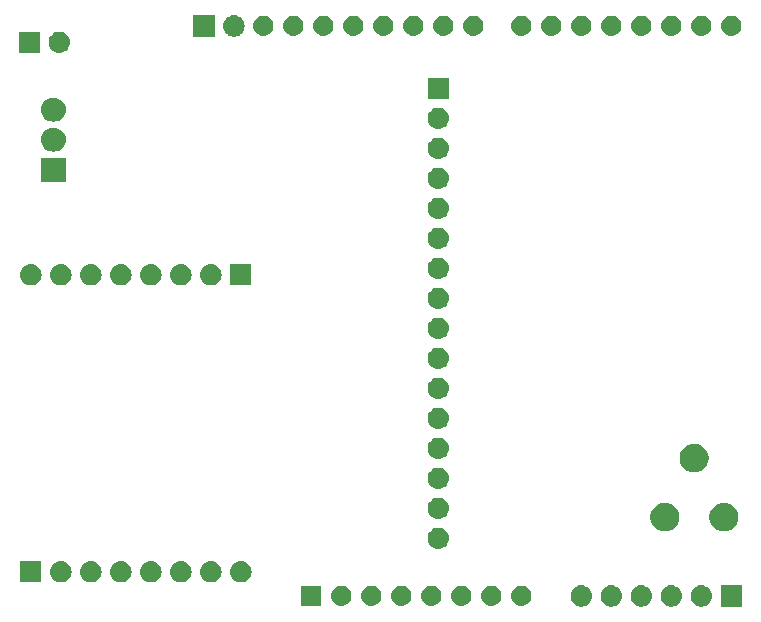
<source format=gbr>
G04 #@! TF.GenerationSoftware,KiCad,Pcbnew,(5.1.4)-1*
G04 #@! TF.CreationDate,2020-01-13T21:14:06+02:00*
G04 #@! TF.ProjectId,LORA,4c4f5241-2e6b-4696-9361-645f70636258,rev?*
G04 #@! TF.SameCoordinates,Original*
G04 #@! TF.FileFunction,Soldermask,Bot*
G04 #@! TF.FilePolarity,Negative*
%FSLAX46Y46*%
G04 Gerber Fmt 4.6, Leading zero omitted, Abs format (unit mm)*
G04 Created by KiCad (PCBNEW (5.1.4)-1) date 2020-01-13 21:14:06*
%MOMM*%
%LPD*%
G04 APERTURE LIST*
%ADD10C,0.100000*%
G04 APERTURE END LIST*
D10*
G36*
X177304000Y-115353400D02*
G01*
X175502000Y-115353400D01*
X175502000Y-113551400D01*
X177304000Y-113551400D01*
X177304000Y-115353400D01*
X177304000Y-115353400D01*
G37*
G36*
X173973443Y-113557919D02*
G01*
X174039627Y-113564437D01*
X174209466Y-113615957D01*
X174209468Y-113615958D01*
X174287728Y-113657789D01*
X174365991Y-113699622D01*
X174401729Y-113728952D01*
X174503186Y-113812214D01*
X174586448Y-113913671D01*
X174615778Y-113949409D01*
X174615779Y-113949411D01*
X174696144Y-114099761D01*
X174699443Y-114105934D01*
X174750963Y-114275773D01*
X174768359Y-114452400D01*
X174750963Y-114629027D01*
X174699443Y-114798866D01*
X174615778Y-114955391D01*
X174586448Y-114991129D01*
X174503186Y-115092586D01*
X174401729Y-115175848D01*
X174365991Y-115205178D01*
X174365989Y-115205179D01*
X174252788Y-115265687D01*
X174209466Y-115288843D01*
X174039627Y-115340363D01*
X173973442Y-115346882D01*
X173907260Y-115353400D01*
X173818740Y-115353400D01*
X173752558Y-115346882D01*
X173686373Y-115340363D01*
X173516534Y-115288843D01*
X173473213Y-115265687D01*
X173360011Y-115205179D01*
X173360009Y-115205178D01*
X173324271Y-115175848D01*
X173222814Y-115092586D01*
X173139552Y-114991129D01*
X173110222Y-114955391D01*
X173026557Y-114798866D01*
X172975037Y-114629027D01*
X172957641Y-114452400D01*
X172975037Y-114275773D01*
X173026557Y-114105934D01*
X173029857Y-114099761D01*
X173110221Y-113949411D01*
X173110222Y-113949409D01*
X173139552Y-113913671D01*
X173222814Y-113812214D01*
X173324271Y-113728952D01*
X173360009Y-113699622D01*
X173438271Y-113657790D01*
X173516532Y-113615958D01*
X173516534Y-113615957D01*
X173686373Y-113564437D01*
X173752557Y-113557919D01*
X173818740Y-113551400D01*
X173907260Y-113551400D01*
X173973443Y-113557919D01*
X173973443Y-113557919D01*
G37*
G36*
X171433443Y-113557919D02*
G01*
X171499627Y-113564437D01*
X171669466Y-113615957D01*
X171669468Y-113615958D01*
X171747728Y-113657789D01*
X171825991Y-113699622D01*
X171861729Y-113728952D01*
X171963186Y-113812214D01*
X172046448Y-113913671D01*
X172075778Y-113949409D01*
X172075779Y-113949411D01*
X172156144Y-114099761D01*
X172159443Y-114105934D01*
X172210963Y-114275773D01*
X172228359Y-114452400D01*
X172210963Y-114629027D01*
X172159443Y-114798866D01*
X172075778Y-114955391D01*
X172046448Y-114991129D01*
X171963186Y-115092586D01*
X171861729Y-115175848D01*
X171825991Y-115205178D01*
X171825989Y-115205179D01*
X171712788Y-115265687D01*
X171669466Y-115288843D01*
X171499627Y-115340363D01*
X171433442Y-115346882D01*
X171367260Y-115353400D01*
X171278740Y-115353400D01*
X171212558Y-115346882D01*
X171146373Y-115340363D01*
X170976534Y-115288843D01*
X170933213Y-115265687D01*
X170820011Y-115205179D01*
X170820009Y-115205178D01*
X170784271Y-115175848D01*
X170682814Y-115092586D01*
X170599552Y-114991129D01*
X170570222Y-114955391D01*
X170486557Y-114798866D01*
X170435037Y-114629027D01*
X170417641Y-114452400D01*
X170435037Y-114275773D01*
X170486557Y-114105934D01*
X170489857Y-114099761D01*
X170570221Y-113949411D01*
X170570222Y-113949409D01*
X170599552Y-113913671D01*
X170682814Y-113812214D01*
X170784271Y-113728952D01*
X170820009Y-113699622D01*
X170898271Y-113657790D01*
X170976532Y-113615958D01*
X170976534Y-113615957D01*
X171146373Y-113564437D01*
X171212557Y-113557919D01*
X171278740Y-113551400D01*
X171367260Y-113551400D01*
X171433443Y-113557919D01*
X171433443Y-113557919D01*
G37*
G36*
X166353443Y-113557919D02*
G01*
X166419627Y-113564437D01*
X166589466Y-113615957D01*
X166589468Y-113615958D01*
X166667728Y-113657789D01*
X166745991Y-113699622D01*
X166781729Y-113728952D01*
X166883186Y-113812214D01*
X166966448Y-113913671D01*
X166995778Y-113949409D01*
X166995779Y-113949411D01*
X167076144Y-114099761D01*
X167079443Y-114105934D01*
X167130963Y-114275773D01*
X167148359Y-114452400D01*
X167130963Y-114629027D01*
X167079443Y-114798866D01*
X166995778Y-114955391D01*
X166966448Y-114991129D01*
X166883186Y-115092586D01*
X166781729Y-115175848D01*
X166745991Y-115205178D01*
X166745989Y-115205179D01*
X166632788Y-115265687D01*
X166589466Y-115288843D01*
X166419627Y-115340363D01*
X166353442Y-115346882D01*
X166287260Y-115353400D01*
X166198740Y-115353400D01*
X166132558Y-115346882D01*
X166066373Y-115340363D01*
X165896534Y-115288843D01*
X165853213Y-115265687D01*
X165740011Y-115205179D01*
X165740009Y-115205178D01*
X165704271Y-115175848D01*
X165602814Y-115092586D01*
X165519552Y-114991129D01*
X165490222Y-114955391D01*
X165406557Y-114798866D01*
X165355037Y-114629027D01*
X165337641Y-114452400D01*
X165355037Y-114275773D01*
X165406557Y-114105934D01*
X165409857Y-114099761D01*
X165490221Y-113949411D01*
X165490222Y-113949409D01*
X165519552Y-113913671D01*
X165602814Y-113812214D01*
X165704271Y-113728952D01*
X165740009Y-113699622D01*
X165818271Y-113657790D01*
X165896532Y-113615958D01*
X165896534Y-113615957D01*
X166066373Y-113564437D01*
X166132557Y-113557919D01*
X166198740Y-113551400D01*
X166287260Y-113551400D01*
X166353443Y-113557919D01*
X166353443Y-113557919D01*
G37*
G36*
X163813443Y-113557919D02*
G01*
X163879627Y-113564437D01*
X164049466Y-113615957D01*
X164049468Y-113615958D01*
X164127728Y-113657789D01*
X164205991Y-113699622D01*
X164241729Y-113728952D01*
X164343186Y-113812214D01*
X164426448Y-113913671D01*
X164455778Y-113949409D01*
X164455779Y-113949411D01*
X164536144Y-114099761D01*
X164539443Y-114105934D01*
X164590963Y-114275773D01*
X164608359Y-114452400D01*
X164590963Y-114629027D01*
X164539443Y-114798866D01*
X164455778Y-114955391D01*
X164426448Y-114991129D01*
X164343186Y-115092586D01*
X164241729Y-115175848D01*
X164205991Y-115205178D01*
X164205989Y-115205179D01*
X164092788Y-115265687D01*
X164049466Y-115288843D01*
X163879627Y-115340363D01*
X163813442Y-115346882D01*
X163747260Y-115353400D01*
X163658740Y-115353400D01*
X163592558Y-115346882D01*
X163526373Y-115340363D01*
X163356534Y-115288843D01*
X163313213Y-115265687D01*
X163200011Y-115205179D01*
X163200009Y-115205178D01*
X163164271Y-115175848D01*
X163062814Y-115092586D01*
X162979552Y-114991129D01*
X162950222Y-114955391D01*
X162866557Y-114798866D01*
X162815037Y-114629027D01*
X162797641Y-114452400D01*
X162815037Y-114275773D01*
X162866557Y-114105934D01*
X162869857Y-114099761D01*
X162950221Y-113949411D01*
X162950222Y-113949409D01*
X162979552Y-113913671D01*
X163062814Y-113812214D01*
X163164271Y-113728952D01*
X163200009Y-113699622D01*
X163278271Y-113657790D01*
X163356532Y-113615958D01*
X163356534Y-113615957D01*
X163526373Y-113564437D01*
X163592557Y-113557919D01*
X163658740Y-113551400D01*
X163747260Y-113551400D01*
X163813443Y-113557919D01*
X163813443Y-113557919D01*
G37*
G36*
X168893443Y-113557919D02*
G01*
X168959627Y-113564437D01*
X169129466Y-113615957D01*
X169129468Y-113615958D01*
X169207728Y-113657789D01*
X169285991Y-113699622D01*
X169321729Y-113728952D01*
X169423186Y-113812214D01*
X169506448Y-113913671D01*
X169535778Y-113949409D01*
X169535779Y-113949411D01*
X169616144Y-114099761D01*
X169619443Y-114105934D01*
X169670963Y-114275773D01*
X169688359Y-114452400D01*
X169670963Y-114629027D01*
X169619443Y-114798866D01*
X169535778Y-114955391D01*
X169506448Y-114991129D01*
X169423186Y-115092586D01*
X169321729Y-115175848D01*
X169285991Y-115205178D01*
X169285989Y-115205179D01*
X169172788Y-115265687D01*
X169129466Y-115288843D01*
X168959627Y-115340363D01*
X168893442Y-115346882D01*
X168827260Y-115353400D01*
X168738740Y-115353400D01*
X168672558Y-115346882D01*
X168606373Y-115340363D01*
X168436534Y-115288843D01*
X168393213Y-115265687D01*
X168280011Y-115205179D01*
X168280009Y-115205178D01*
X168244271Y-115175848D01*
X168142814Y-115092586D01*
X168059552Y-114991129D01*
X168030222Y-114955391D01*
X167946557Y-114798866D01*
X167895037Y-114629027D01*
X167877641Y-114452400D01*
X167895037Y-114275773D01*
X167946557Y-114105934D01*
X167949857Y-114099761D01*
X168030221Y-113949411D01*
X168030222Y-113949409D01*
X168059552Y-113913671D01*
X168142814Y-113812214D01*
X168244271Y-113728952D01*
X168280009Y-113699622D01*
X168358271Y-113657790D01*
X168436532Y-113615958D01*
X168436534Y-113615957D01*
X168606373Y-113564437D01*
X168672557Y-113557919D01*
X168738740Y-113551400D01*
X168827260Y-113551400D01*
X168893443Y-113557919D01*
X168893443Y-113557919D01*
G37*
G36*
X143549823Y-113588313D02*
G01*
X143710242Y-113636976D01*
X143827442Y-113699621D01*
X143858078Y-113715996D01*
X143987659Y-113822341D01*
X144094004Y-113951922D01*
X144094005Y-113951924D01*
X144173024Y-114099758D01*
X144173025Y-114099761D01*
X144182083Y-114129620D01*
X144221687Y-114260177D01*
X144238117Y-114427000D01*
X144221687Y-114593823D01*
X144173024Y-114754242D01*
X144102114Y-114886906D01*
X144094004Y-114902078D01*
X143987659Y-115031659D01*
X143858078Y-115138004D01*
X143858076Y-115138005D01*
X143710242Y-115217024D01*
X143549823Y-115265687D01*
X143424804Y-115278000D01*
X143341196Y-115278000D01*
X143216177Y-115265687D01*
X143055758Y-115217024D01*
X142907924Y-115138005D01*
X142907922Y-115138004D01*
X142778341Y-115031659D01*
X142671996Y-114902078D01*
X142663886Y-114886906D01*
X142592976Y-114754242D01*
X142544313Y-114593823D01*
X142527883Y-114427000D01*
X142544313Y-114260177D01*
X142583917Y-114129620D01*
X142592975Y-114099761D01*
X142592976Y-114099758D01*
X142671995Y-113951924D01*
X142671996Y-113951922D01*
X142778341Y-113822341D01*
X142907922Y-113715996D01*
X142938558Y-113699621D01*
X143055758Y-113636976D01*
X143216177Y-113588313D01*
X143341196Y-113576000D01*
X143424804Y-113576000D01*
X143549823Y-113588313D01*
X143549823Y-113588313D01*
G37*
G36*
X148629823Y-113588313D02*
G01*
X148790242Y-113636976D01*
X148907442Y-113699621D01*
X148938078Y-113715996D01*
X149067659Y-113822341D01*
X149174004Y-113951922D01*
X149174005Y-113951924D01*
X149253024Y-114099758D01*
X149253025Y-114099761D01*
X149262083Y-114129620D01*
X149301687Y-114260177D01*
X149318117Y-114427000D01*
X149301687Y-114593823D01*
X149253024Y-114754242D01*
X149182114Y-114886906D01*
X149174004Y-114902078D01*
X149067659Y-115031659D01*
X148938078Y-115138004D01*
X148938076Y-115138005D01*
X148790242Y-115217024D01*
X148629823Y-115265687D01*
X148504804Y-115278000D01*
X148421196Y-115278000D01*
X148296177Y-115265687D01*
X148135758Y-115217024D01*
X147987924Y-115138005D01*
X147987922Y-115138004D01*
X147858341Y-115031659D01*
X147751996Y-114902078D01*
X147743886Y-114886906D01*
X147672976Y-114754242D01*
X147624313Y-114593823D01*
X147607883Y-114427000D01*
X147624313Y-114260177D01*
X147663917Y-114129620D01*
X147672975Y-114099761D01*
X147672976Y-114099758D01*
X147751995Y-113951924D01*
X147751996Y-113951922D01*
X147858341Y-113822341D01*
X147987922Y-113715996D01*
X148018558Y-113699621D01*
X148135758Y-113636976D01*
X148296177Y-113588313D01*
X148421196Y-113576000D01*
X148504804Y-113576000D01*
X148629823Y-113588313D01*
X148629823Y-113588313D01*
G37*
G36*
X146089823Y-113588313D02*
G01*
X146250242Y-113636976D01*
X146367442Y-113699621D01*
X146398078Y-113715996D01*
X146527659Y-113822341D01*
X146634004Y-113951922D01*
X146634005Y-113951924D01*
X146713024Y-114099758D01*
X146713025Y-114099761D01*
X146722083Y-114129620D01*
X146761687Y-114260177D01*
X146778117Y-114427000D01*
X146761687Y-114593823D01*
X146713024Y-114754242D01*
X146642114Y-114886906D01*
X146634004Y-114902078D01*
X146527659Y-115031659D01*
X146398078Y-115138004D01*
X146398076Y-115138005D01*
X146250242Y-115217024D01*
X146089823Y-115265687D01*
X145964804Y-115278000D01*
X145881196Y-115278000D01*
X145756177Y-115265687D01*
X145595758Y-115217024D01*
X145447924Y-115138005D01*
X145447922Y-115138004D01*
X145318341Y-115031659D01*
X145211996Y-114902078D01*
X145203886Y-114886906D01*
X145132976Y-114754242D01*
X145084313Y-114593823D01*
X145067883Y-114427000D01*
X145084313Y-114260177D01*
X145123917Y-114129620D01*
X145132975Y-114099761D01*
X145132976Y-114099758D01*
X145211995Y-113951924D01*
X145211996Y-113951922D01*
X145318341Y-113822341D01*
X145447922Y-113715996D01*
X145478558Y-113699621D01*
X145595758Y-113636976D01*
X145756177Y-113588313D01*
X145881196Y-113576000D01*
X145964804Y-113576000D01*
X146089823Y-113588313D01*
X146089823Y-113588313D01*
G37*
G36*
X151169823Y-113588313D02*
G01*
X151330242Y-113636976D01*
X151447442Y-113699621D01*
X151478078Y-113715996D01*
X151607659Y-113822341D01*
X151714004Y-113951922D01*
X151714005Y-113951924D01*
X151793024Y-114099758D01*
X151793025Y-114099761D01*
X151802083Y-114129620D01*
X151841687Y-114260177D01*
X151858117Y-114427000D01*
X151841687Y-114593823D01*
X151793024Y-114754242D01*
X151722114Y-114886906D01*
X151714004Y-114902078D01*
X151607659Y-115031659D01*
X151478078Y-115138004D01*
X151478076Y-115138005D01*
X151330242Y-115217024D01*
X151169823Y-115265687D01*
X151044804Y-115278000D01*
X150961196Y-115278000D01*
X150836177Y-115265687D01*
X150675758Y-115217024D01*
X150527924Y-115138005D01*
X150527922Y-115138004D01*
X150398341Y-115031659D01*
X150291996Y-114902078D01*
X150283886Y-114886906D01*
X150212976Y-114754242D01*
X150164313Y-114593823D01*
X150147883Y-114427000D01*
X150164313Y-114260177D01*
X150203917Y-114129620D01*
X150212975Y-114099761D01*
X150212976Y-114099758D01*
X150291995Y-113951924D01*
X150291996Y-113951922D01*
X150398341Y-113822341D01*
X150527922Y-113715996D01*
X150558558Y-113699621D01*
X150675758Y-113636976D01*
X150836177Y-113588313D01*
X150961196Y-113576000D01*
X151044804Y-113576000D01*
X151169823Y-113588313D01*
X151169823Y-113588313D01*
G37*
G36*
X153709823Y-113588313D02*
G01*
X153870242Y-113636976D01*
X153987442Y-113699621D01*
X154018078Y-113715996D01*
X154147659Y-113822341D01*
X154254004Y-113951922D01*
X154254005Y-113951924D01*
X154333024Y-114099758D01*
X154333025Y-114099761D01*
X154342083Y-114129620D01*
X154381687Y-114260177D01*
X154398117Y-114427000D01*
X154381687Y-114593823D01*
X154333024Y-114754242D01*
X154262114Y-114886906D01*
X154254004Y-114902078D01*
X154147659Y-115031659D01*
X154018078Y-115138004D01*
X154018076Y-115138005D01*
X153870242Y-115217024D01*
X153709823Y-115265687D01*
X153584804Y-115278000D01*
X153501196Y-115278000D01*
X153376177Y-115265687D01*
X153215758Y-115217024D01*
X153067924Y-115138005D01*
X153067922Y-115138004D01*
X152938341Y-115031659D01*
X152831996Y-114902078D01*
X152823886Y-114886906D01*
X152752976Y-114754242D01*
X152704313Y-114593823D01*
X152687883Y-114427000D01*
X152704313Y-114260177D01*
X152743917Y-114129620D01*
X152752975Y-114099761D01*
X152752976Y-114099758D01*
X152831995Y-113951924D01*
X152831996Y-113951922D01*
X152938341Y-113822341D01*
X153067922Y-113715996D01*
X153098558Y-113699621D01*
X153215758Y-113636976D01*
X153376177Y-113588313D01*
X153501196Y-113576000D01*
X153584804Y-113576000D01*
X153709823Y-113588313D01*
X153709823Y-113588313D01*
G37*
G36*
X156249823Y-113588313D02*
G01*
X156410242Y-113636976D01*
X156527442Y-113699621D01*
X156558078Y-113715996D01*
X156687659Y-113822341D01*
X156794004Y-113951922D01*
X156794005Y-113951924D01*
X156873024Y-114099758D01*
X156873025Y-114099761D01*
X156882083Y-114129620D01*
X156921687Y-114260177D01*
X156938117Y-114427000D01*
X156921687Y-114593823D01*
X156873024Y-114754242D01*
X156802114Y-114886906D01*
X156794004Y-114902078D01*
X156687659Y-115031659D01*
X156558078Y-115138004D01*
X156558076Y-115138005D01*
X156410242Y-115217024D01*
X156249823Y-115265687D01*
X156124804Y-115278000D01*
X156041196Y-115278000D01*
X155916177Y-115265687D01*
X155755758Y-115217024D01*
X155607924Y-115138005D01*
X155607922Y-115138004D01*
X155478341Y-115031659D01*
X155371996Y-114902078D01*
X155363886Y-114886906D01*
X155292976Y-114754242D01*
X155244313Y-114593823D01*
X155227883Y-114427000D01*
X155244313Y-114260177D01*
X155283917Y-114129620D01*
X155292975Y-114099761D01*
X155292976Y-114099758D01*
X155371995Y-113951924D01*
X155371996Y-113951922D01*
X155478341Y-113822341D01*
X155607922Y-113715996D01*
X155638558Y-113699621D01*
X155755758Y-113636976D01*
X155916177Y-113588313D01*
X156041196Y-113576000D01*
X156124804Y-113576000D01*
X156249823Y-113588313D01*
X156249823Y-113588313D01*
G37*
G36*
X141694000Y-115278000D02*
G01*
X139992000Y-115278000D01*
X139992000Y-113576000D01*
X141694000Y-113576000D01*
X141694000Y-115278000D01*
X141694000Y-115278000D01*
G37*
G36*
X158789823Y-113588313D02*
G01*
X158950242Y-113636976D01*
X159067442Y-113699621D01*
X159098078Y-113715996D01*
X159227659Y-113822341D01*
X159334004Y-113951922D01*
X159334005Y-113951924D01*
X159413024Y-114099758D01*
X159413025Y-114099761D01*
X159422083Y-114129620D01*
X159461687Y-114260177D01*
X159478117Y-114427000D01*
X159461687Y-114593823D01*
X159413024Y-114754242D01*
X159342114Y-114886906D01*
X159334004Y-114902078D01*
X159227659Y-115031659D01*
X159098078Y-115138004D01*
X159098076Y-115138005D01*
X158950242Y-115217024D01*
X158789823Y-115265687D01*
X158664804Y-115278000D01*
X158581196Y-115278000D01*
X158456177Y-115265687D01*
X158295758Y-115217024D01*
X158147924Y-115138005D01*
X158147922Y-115138004D01*
X158018341Y-115031659D01*
X157911996Y-114902078D01*
X157903886Y-114886906D01*
X157832976Y-114754242D01*
X157784313Y-114593823D01*
X157767883Y-114427000D01*
X157784313Y-114260177D01*
X157823917Y-114129620D01*
X157832975Y-114099761D01*
X157832976Y-114099758D01*
X157911995Y-113951924D01*
X157911996Y-113951922D01*
X158018341Y-113822341D01*
X158147922Y-113715996D01*
X158178558Y-113699621D01*
X158295758Y-113636976D01*
X158456177Y-113588313D01*
X158581196Y-113576000D01*
X158664804Y-113576000D01*
X158789823Y-113588313D01*
X158789823Y-113588313D01*
G37*
G36*
X127364443Y-111500519D02*
G01*
X127430627Y-111507037D01*
X127600466Y-111558557D01*
X127756991Y-111642222D01*
X127792729Y-111671552D01*
X127894186Y-111754814D01*
X127977448Y-111856271D01*
X128006778Y-111892009D01*
X128090443Y-112048534D01*
X128141963Y-112218373D01*
X128159359Y-112395000D01*
X128141963Y-112571627D01*
X128090443Y-112741466D01*
X128006778Y-112897991D01*
X127977448Y-112933729D01*
X127894186Y-113035186D01*
X127792729Y-113118448D01*
X127756991Y-113147778D01*
X127600466Y-113231443D01*
X127430627Y-113282963D01*
X127364443Y-113289481D01*
X127298260Y-113296000D01*
X127209740Y-113296000D01*
X127143557Y-113289481D01*
X127077373Y-113282963D01*
X126907534Y-113231443D01*
X126751009Y-113147778D01*
X126715271Y-113118448D01*
X126613814Y-113035186D01*
X126530552Y-112933729D01*
X126501222Y-112897991D01*
X126417557Y-112741466D01*
X126366037Y-112571627D01*
X126348641Y-112395000D01*
X126366037Y-112218373D01*
X126417557Y-112048534D01*
X126501222Y-111892009D01*
X126530552Y-111856271D01*
X126613814Y-111754814D01*
X126715271Y-111671552D01*
X126751009Y-111642222D01*
X126907534Y-111558557D01*
X127077373Y-111507037D01*
X127143557Y-111500519D01*
X127209740Y-111494000D01*
X127298260Y-111494000D01*
X127364443Y-111500519D01*
X127364443Y-111500519D01*
G37*
G36*
X132444443Y-111500519D02*
G01*
X132510627Y-111507037D01*
X132680466Y-111558557D01*
X132836991Y-111642222D01*
X132872729Y-111671552D01*
X132974186Y-111754814D01*
X133057448Y-111856271D01*
X133086778Y-111892009D01*
X133170443Y-112048534D01*
X133221963Y-112218373D01*
X133239359Y-112395000D01*
X133221963Y-112571627D01*
X133170443Y-112741466D01*
X133086778Y-112897991D01*
X133057448Y-112933729D01*
X132974186Y-113035186D01*
X132872729Y-113118448D01*
X132836991Y-113147778D01*
X132680466Y-113231443D01*
X132510627Y-113282963D01*
X132444443Y-113289481D01*
X132378260Y-113296000D01*
X132289740Y-113296000D01*
X132223557Y-113289481D01*
X132157373Y-113282963D01*
X131987534Y-113231443D01*
X131831009Y-113147778D01*
X131795271Y-113118448D01*
X131693814Y-113035186D01*
X131610552Y-112933729D01*
X131581222Y-112897991D01*
X131497557Y-112741466D01*
X131446037Y-112571627D01*
X131428641Y-112395000D01*
X131446037Y-112218373D01*
X131497557Y-112048534D01*
X131581222Y-111892009D01*
X131610552Y-111856271D01*
X131693814Y-111754814D01*
X131795271Y-111671552D01*
X131831009Y-111642222D01*
X131987534Y-111558557D01*
X132157373Y-111507037D01*
X132223557Y-111500519D01*
X132289740Y-111494000D01*
X132378260Y-111494000D01*
X132444443Y-111500519D01*
X132444443Y-111500519D01*
G37*
G36*
X129904443Y-111500519D02*
G01*
X129970627Y-111507037D01*
X130140466Y-111558557D01*
X130296991Y-111642222D01*
X130332729Y-111671552D01*
X130434186Y-111754814D01*
X130517448Y-111856271D01*
X130546778Y-111892009D01*
X130630443Y-112048534D01*
X130681963Y-112218373D01*
X130699359Y-112395000D01*
X130681963Y-112571627D01*
X130630443Y-112741466D01*
X130546778Y-112897991D01*
X130517448Y-112933729D01*
X130434186Y-113035186D01*
X130332729Y-113118448D01*
X130296991Y-113147778D01*
X130140466Y-113231443D01*
X129970627Y-113282963D01*
X129904443Y-113289481D01*
X129838260Y-113296000D01*
X129749740Y-113296000D01*
X129683557Y-113289481D01*
X129617373Y-113282963D01*
X129447534Y-113231443D01*
X129291009Y-113147778D01*
X129255271Y-113118448D01*
X129153814Y-113035186D01*
X129070552Y-112933729D01*
X129041222Y-112897991D01*
X128957557Y-112741466D01*
X128906037Y-112571627D01*
X128888641Y-112395000D01*
X128906037Y-112218373D01*
X128957557Y-112048534D01*
X129041222Y-111892009D01*
X129070552Y-111856271D01*
X129153814Y-111754814D01*
X129255271Y-111671552D01*
X129291009Y-111642222D01*
X129447534Y-111558557D01*
X129617373Y-111507037D01*
X129683557Y-111500519D01*
X129749740Y-111494000D01*
X129838260Y-111494000D01*
X129904443Y-111500519D01*
X129904443Y-111500519D01*
G37*
G36*
X124824443Y-111500519D02*
G01*
X124890627Y-111507037D01*
X125060466Y-111558557D01*
X125216991Y-111642222D01*
X125252729Y-111671552D01*
X125354186Y-111754814D01*
X125437448Y-111856271D01*
X125466778Y-111892009D01*
X125550443Y-112048534D01*
X125601963Y-112218373D01*
X125619359Y-112395000D01*
X125601963Y-112571627D01*
X125550443Y-112741466D01*
X125466778Y-112897991D01*
X125437448Y-112933729D01*
X125354186Y-113035186D01*
X125252729Y-113118448D01*
X125216991Y-113147778D01*
X125060466Y-113231443D01*
X124890627Y-113282963D01*
X124824443Y-113289481D01*
X124758260Y-113296000D01*
X124669740Y-113296000D01*
X124603557Y-113289481D01*
X124537373Y-113282963D01*
X124367534Y-113231443D01*
X124211009Y-113147778D01*
X124175271Y-113118448D01*
X124073814Y-113035186D01*
X123990552Y-112933729D01*
X123961222Y-112897991D01*
X123877557Y-112741466D01*
X123826037Y-112571627D01*
X123808641Y-112395000D01*
X123826037Y-112218373D01*
X123877557Y-112048534D01*
X123961222Y-111892009D01*
X123990552Y-111856271D01*
X124073814Y-111754814D01*
X124175271Y-111671552D01*
X124211009Y-111642222D01*
X124367534Y-111558557D01*
X124537373Y-111507037D01*
X124603557Y-111500519D01*
X124669740Y-111494000D01*
X124758260Y-111494000D01*
X124824443Y-111500519D01*
X124824443Y-111500519D01*
G37*
G36*
X122284443Y-111500519D02*
G01*
X122350627Y-111507037D01*
X122520466Y-111558557D01*
X122676991Y-111642222D01*
X122712729Y-111671552D01*
X122814186Y-111754814D01*
X122897448Y-111856271D01*
X122926778Y-111892009D01*
X123010443Y-112048534D01*
X123061963Y-112218373D01*
X123079359Y-112395000D01*
X123061963Y-112571627D01*
X123010443Y-112741466D01*
X122926778Y-112897991D01*
X122897448Y-112933729D01*
X122814186Y-113035186D01*
X122712729Y-113118448D01*
X122676991Y-113147778D01*
X122520466Y-113231443D01*
X122350627Y-113282963D01*
X122284443Y-113289481D01*
X122218260Y-113296000D01*
X122129740Y-113296000D01*
X122063557Y-113289481D01*
X121997373Y-113282963D01*
X121827534Y-113231443D01*
X121671009Y-113147778D01*
X121635271Y-113118448D01*
X121533814Y-113035186D01*
X121450552Y-112933729D01*
X121421222Y-112897991D01*
X121337557Y-112741466D01*
X121286037Y-112571627D01*
X121268641Y-112395000D01*
X121286037Y-112218373D01*
X121337557Y-112048534D01*
X121421222Y-111892009D01*
X121450552Y-111856271D01*
X121533814Y-111754814D01*
X121635271Y-111671552D01*
X121671009Y-111642222D01*
X121827534Y-111558557D01*
X121997373Y-111507037D01*
X122063557Y-111500519D01*
X122129740Y-111494000D01*
X122218260Y-111494000D01*
X122284443Y-111500519D01*
X122284443Y-111500519D01*
G37*
G36*
X134984443Y-111500519D02*
G01*
X135050627Y-111507037D01*
X135220466Y-111558557D01*
X135376991Y-111642222D01*
X135412729Y-111671552D01*
X135514186Y-111754814D01*
X135597448Y-111856271D01*
X135626778Y-111892009D01*
X135710443Y-112048534D01*
X135761963Y-112218373D01*
X135779359Y-112395000D01*
X135761963Y-112571627D01*
X135710443Y-112741466D01*
X135626778Y-112897991D01*
X135597448Y-112933729D01*
X135514186Y-113035186D01*
X135412729Y-113118448D01*
X135376991Y-113147778D01*
X135220466Y-113231443D01*
X135050627Y-113282963D01*
X134984443Y-113289481D01*
X134918260Y-113296000D01*
X134829740Y-113296000D01*
X134763557Y-113289481D01*
X134697373Y-113282963D01*
X134527534Y-113231443D01*
X134371009Y-113147778D01*
X134335271Y-113118448D01*
X134233814Y-113035186D01*
X134150552Y-112933729D01*
X134121222Y-112897991D01*
X134037557Y-112741466D01*
X133986037Y-112571627D01*
X133968641Y-112395000D01*
X133986037Y-112218373D01*
X134037557Y-112048534D01*
X134121222Y-111892009D01*
X134150552Y-111856271D01*
X134233814Y-111754814D01*
X134335271Y-111671552D01*
X134371009Y-111642222D01*
X134527534Y-111558557D01*
X134697373Y-111507037D01*
X134763557Y-111500519D01*
X134829740Y-111494000D01*
X134918260Y-111494000D01*
X134984443Y-111500519D01*
X134984443Y-111500519D01*
G37*
G36*
X117995000Y-113296000D02*
G01*
X116193000Y-113296000D01*
X116193000Y-111494000D01*
X117995000Y-111494000D01*
X117995000Y-113296000D01*
X117995000Y-113296000D01*
G37*
G36*
X119744443Y-111500519D02*
G01*
X119810627Y-111507037D01*
X119980466Y-111558557D01*
X120136991Y-111642222D01*
X120172729Y-111671552D01*
X120274186Y-111754814D01*
X120357448Y-111856271D01*
X120386778Y-111892009D01*
X120470443Y-112048534D01*
X120521963Y-112218373D01*
X120539359Y-112395000D01*
X120521963Y-112571627D01*
X120470443Y-112741466D01*
X120386778Y-112897991D01*
X120357448Y-112933729D01*
X120274186Y-113035186D01*
X120172729Y-113118448D01*
X120136991Y-113147778D01*
X119980466Y-113231443D01*
X119810627Y-113282963D01*
X119744443Y-113289481D01*
X119678260Y-113296000D01*
X119589740Y-113296000D01*
X119523557Y-113289481D01*
X119457373Y-113282963D01*
X119287534Y-113231443D01*
X119131009Y-113147778D01*
X119095271Y-113118448D01*
X118993814Y-113035186D01*
X118910552Y-112933729D01*
X118881222Y-112897991D01*
X118797557Y-112741466D01*
X118746037Y-112571627D01*
X118728641Y-112395000D01*
X118746037Y-112218373D01*
X118797557Y-112048534D01*
X118881222Y-111892009D01*
X118910552Y-111856271D01*
X118993814Y-111754814D01*
X119095271Y-111671552D01*
X119131009Y-111642222D01*
X119287534Y-111558557D01*
X119457373Y-111507037D01*
X119523557Y-111500519D01*
X119589740Y-111494000D01*
X119678260Y-111494000D01*
X119744443Y-111500519D01*
X119744443Y-111500519D01*
G37*
G36*
X151697642Y-108681118D02*
G01*
X151763827Y-108687637D01*
X151933666Y-108739157D01*
X152090191Y-108822822D01*
X152125929Y-108852152D01*
X152227386Y-108935414D01*
X152310648Y-109036871D01*
X152339978Y-109072609D01*
X152423643Y-109229134D01*
X152475163Y-109398973D01*
X152492559Y-109575600D01*
X152475163Y-109752227D01*
X152423643Y-109922066D01*
X152339978Y-110078591D01*
X152310648Y-110114329D01*
X152227386Y-110215786D01*
X152125929Y-110299048D01*
X152090191Y-110328378D01*
X151933666Y-110412043D01*
X151763827Y-110463563D01*
X151697642Y-110470082D01*
X151631460Y-110476600D01*
X151542940Y-110476600D01*
X151476758Y-110470082D01*
X151410573Y-110463563D01*
X151240734Y-110412043D01*
X151084209Y-110328378D01*
X151048471Y-110299048D01*
X150947014Y-110215786D01*
X150863752Y-110114329D01*
X150834422Y-110078591D01*
X150750757Y-109922066D01*
X150699237Y-109752227D01*
X150681841Y-109575600D01*
X150699237Y-109398973D01*
X150750757Y-109229134D01*
X150834422Y-109072609D01*
X150863752Y-109036871D01*
X150947014Y-108935414D01*
X151048471Y-108852152D01*
X151084209Y-108822822D01*
X151240734Y-108739157D01*
X151410573Y-108687637D01*
X151476758Y-108681118D01*
X151542940Y-108674600D01*
X151631460Y-108674600D01*
X151697642Y-108681118D01*
X151697642Y-108681118D01*
G37*
G36*
X171002405Y-106574661D02*
G01*
X171120353Y-106598122D01*
X171212394Y-106636247D01*
X171342559Y-106690163D01*
X171542542Y-106823787D01*
X171712613Y-106993858D01*
X171846237Y-107193841D01*
X171938278Y-107416048D01*
X171985200Y-107651941D01*
X171985200Y-107892459D01*
X171938278Y-108128352D01*
X171846237Y-108350559D01*
X171712613Y-108550542D01*
X171542542Y-108720613D01*
X171342559Y-108854237D01*
X171212394Y-108908153D01*
X171120353Y-108946278D01*
X170884459Y-108993200D01*
X170643941Y-108993200D01*
X170408047Y-108946278D01*
X170316006Y-108908153D01*
X170185841Y-108854237D01*
X169985858Y-108720613D01*
X169815787Y-108550542D01*
X169682163Y-108350559D01*
X169590122Y-108128352D01*
X169543200Y-107892459D01*
X169543200Y-107651941D01*
X169590122Y-107416048D01*
X169682163Y-107193841D01*
X169815787Y-106993858D01*
X169985858Y-106823787D01*
X170185841Y-106690163D01*
X170316006Y-106636247D01*
X170408047Y-106598122D01*
X170643941Y-106551200D01*
X170884459Y-106551200D01*
X171002405Y-106574661D01*
X171002405Y-106574661D01*
G37*
G36*
X176002405Y-106574661D02*
G01*
X176120353Y-106598122D01*
X176212394Y-106636247D01*
X176342559Y-106690163D01*
X176542542Y-106823787D01*
X176712613Y-106993858D01*
X176846237Y-107193841D01*
X176938278Y-107416048D01*
X176985200Y-107651941D01*
X176985200Y-107892459D01*
X176938278Y-108128352D01*
X176846237Y-108350559D01*
X176712613Y-108550542D01*
X176542542Y-108720613D01*
X176342559Y-108854237D01*
X176212394Y-108908153D01*
X176120353Y-108946278D01*
X175884459Y-108993200D01*
X175643941Y-108993200D01*
X175408047Y-108946278D01*
X175316006Y-108908153D01*
X175185841Y-108854237D01*
X174985858Y-108720613D01*
X174815787Y-108550542D01*
X174682163Y-108350559D01*
X174590122Y-108128352D01*
X174543200Y-107892459D01*
X174543200Y-107651941D01*
X174590122Y-107416048D01*
X174682163Y-107193841D01*
X174815787Y-106993858D01*
X174985858Y-106823787D01*
X175185841Y-106690163D01*
X175316006Y-106636247D01*
X175408047Y-106598122D01*
X175643941Y-106551200D01*
X175884459Y-106551200D01*
X176002405Y-106574661D01*
X176002405Y-106574661D01*
G37*
G36*
X151697642Y-106141118D02*
G01*
X151763827Y-106147637D01*
X151933666Y-106199157D01*
X152090191Y-106282822D01*
X152125929Y-106312152D01*
X152227386Y-106395414D01*
X152310648Y-106496871D01*
X152339978Y-106532609D01*
X152423643Y-106689134D01*
X152475163Y-106858973D01*
X152492559Y-107035600D01*
X152475163Y-107212227D01*
X152423643Y-107382066D01*
X152339978Y-107538591D01*
X152310648Y-107574329D01*
X152227386Y-107675786D01*
X152125929Y-107759048D01*
X152090191Y-107788378D01*
X151933666Y-107872043D01*
X151763827Y-107923563D01*
X151697642Y-107930082D01*
X151631460Y-107936600D01*
X151542940Y-107936600D01*
X151476758Y-107930082D01*
X151410573Y-107923563D01*
X151240734Y-107872043D01*
X151084209Y-107788378D01*
X151048471Y-107759048D01*
X150947014Y-107675786D01*
X150863752Y-107574329D01*
X150834422Y-107538591D01*
X150750757Y-107382066D01*
X150699237Y-107212227D01*
X150681841Y-107035600D01*
X150699237Y-106858973D01*
X150750757Y-106689134D01*
X150834422Y-106532609D01*
X150863752Y-106496871D01*
X150947014Y-106395414D01*
X151048471Y-106312152D01*
X151084209Y-106282822D01*
X151240734Y-106199157D01*
X151410573Y-106147637D01*
X151476758Y-106141118D01*
X151542940Y-106134600D01*
X151631460Y-106134600D01*
X151697642Y-106141118D01*
X151697642Y-106141118D01*
G37*
G36*
X151697643Y-103601119D02*
G01*
X151763827Y-103607637D01*
X151933666Y-103659157D01*
X152090191Y-103742822D01*
X152125929Y-103772152D01*
X152227386Y-103855414D01*
X152301955Y-103946278D01*
X152339978Y-103992609D01*
X152423643Y-104149134D01*
X152475163Y-104318973D01*
X152492559Y-104495600D01*
X152475163Y-104672227D01*
X152423643Y-104842066D01*
X152339978Y-104998591D01*
X152310648Y-105034329D01*
X152227386Y-105135786D01*
X152125929Y-105219048D01*
X152090191Y-105248378D01*
X151933666Y-105332043D01*
X151763827Y-105383563D01*
X151697643Y-105390081D01*
X151631460Y-105396600D01*
X151542940Y-105396600D01*
X151476757Y-105390081D01*
X151410573Y-105383563D01*
X151240734Y-105332043D01*
X151084209Y-105248378D01*
X151048471Y-105219048D01*
X150947014Y-105135786D01*
X150863752Y-105034329D01*
X150834422Y-104998591D01*
X150750757Y-104842066D01*
X150699237Y-104672227D01*
X150681841Y-104495600D01*
X150699237Y-104318973D01*
X150750757Y-104149134D01*
X150834422Y-103992609D01*
X150872445Y-103946278D01*
X150947014Y-103855414D01*
X151048471Y-103772152D01*
X151084209Y-103742822D01*
X151240734Y-103659157D01*
X151410573Y-103607637D01*
X151476757Y-103601119D01*
X151542940Y-103594600D01*
X151631460Y-103594600D01*
X151697643Y-103601119D01*
X151697643Y-103601119D01*
G37*
G36*
X173502405Y-101574661D02*
G01*
X173620353Y-101598122D01*
X173712394Y-101636247D01*
X173842559Y-101690163D01*
X174042542Y-101823787D01*
X174212613Y-101993858D01*
X174346237Y-102193841D01*
X174438278Y-102416048D01*
X174485200Y-102651941D01*
X174485200Y-102892459D01*
X174438278Y-103128352D01*
X174346237Y-103350559D01*
X174212613Y-103550542D01*
X174042542Y-103720613D01*
X173842559Y-103854237D01*
X173712394Y-103908153D01*
X173620353Y-103946278D01*
X173384459Y-103993200D01*
X173143941Y-103993200D01*
X173025995Y-103969739D01*
X172908047Y-103946278D01*
X172816006Y-103908153D01*
X172685841Y-103854237D01*
X172485858Y-103720613D01*
X172315787Y-103550542D01*
X172182163Y-103350559D01*
X172090122Y-103128352D01*
X172043200Y-102892459D01*
X172043200Y-102651941D01*
X172090122Y-102416048D01*
X172182163Y-102193841D01*
X172315787Y-101993858D01*
X172485858Y-101823787D01*
X172685841Y-101690163D01*
X172816006Y-101636247D01*
X172908047Y-101598122D01*
X173025995Y-101574661D01*
X173143941Y-101551200D01*
X173384459Y-101551200D01*
X173502405Y-101574661D01*
X173502405Y-101574661D01*
G37*
G36*
X151697642Y-101061118D02*
G01*
X151763827Y-101067637D01*
X151933666Y-101119157D01*
X152090191Y-101202822D01*
X152125929Y-101232152D01*
X152227386Y-101315414D01*
X152310648Y-101416871D01*
X152339978Y-101452609D01*
X152423643Y-101609134D01*
X152475163Y-101778973D01*
X152492559Y-101955600D01*
X152475163Y-102132227D01*
X152423643Y-102302066D01*
X152339978Y-102458591D01*
X152310648Y-102494329D01*
X152227386Y-102595786D01*
X152125929Y-102679048D01*
X152090191Y-102708378D01*
X151933666Y-102792043D01*
X151763827Y-102843563D01*
X151697643Y-102850081D01*
X151631460Y-102856600D01*
X151542940Y-102856600D01*
X151476758Y-102850082D01*
X151410573Y-102843563D01*
X151240734Y-102792043D01*
X151084209Y-102708378D01*
X151048471Y-102679048D01*
X150947014Y-102595786D01*
X150863752Y-102494329D01*
X150834422Y-102458591D01*
X150750757Y-102302066D01*
X150699237Y-102132227D01*
X150681841Y-101955600D01*
X150699237Y-101778973D01*
X150750757Y-101609134D01*
X150834422Y-101452609D01*
X150863752Y-101416871D01*
X150947014Y-101315414D01*
X151048471Y-101232152D01*
X151084209Y-101202822D01*
X151240734Y-101119157D01*
X151410573Y-101067637D01*
X151476758Y-101061118D01*
X151542940Y-101054600D01*
X151631460Y-101054600D01*
X151697642Y-101061118D01*
X151697642Y-101061118D01*
G37*
G36*
X151697642Y-98521118D02*
G01*
X151763827Y-98527637D01*
X151933666Y-98579157D01*
X152090191Y-98662822D01*
X152125929Y-98692152D01*
X152227386Y-98775414D01*
X152310648Y-98876871D01*
X152339978Y-98912609D01*
X152423643Y-99069134D01*
X152475163Y-99238973D01*
X152492559Y-99415600D01*
X152475163Y-99592227D01*
X152423643Y-99762066D01*
X152339978Y-99918591D01*
X152310648Y-99954329D01*
X152227386Y-100055786D01*
X152125929Y-100139048D01*
X152090191Y-100168378D01*
X151933666Y-100252043D01*
X151763827Y-100303563D01*
X151697642Y-100310082D01*
X151631460Y-100316600D01*
X151542940Y-100316600D01*
X151476758Y-100310082D01*
X151410573Y-100303563D01*
X151240734Y-100252043D01*
X151084209Y-100168378D01*
X151048471Y-100139048D01*
X150947014Y-100055786D01*
X150863752Y-99954329D01*
X150834422Y-99918591D01*
X150750757Y-99762066D01*
X150699237Y-99592227D01*
X150681841Y-99415600D01*
X150699237Y-99238973D01*
X150750757Y-99069134D01*
X150834422Y-98912609D01*
X150863752Y-98876871D01*
X150947014Y-98775414D01*
X151048471Y-98692152D01*
X151084209Y-98662822D01*
X151240734Y-98579157D01*
X151410573Y-98527637D01*
X151476758Y-98521118D01*
X151542940Y-98514600D01*
X151631460Y-98514600D01*
X151697642Y-98521118D01*
X151697642Y-98521118D01*
G37*
G36*
X151697642Y-95981118D02*
G01*
X151763827Y-95987637D01*
X151933666Y-96039157D01*
X152090191Y-96122822D01*
X152125929Y-96152152D01*
X152227386Y-96235414D01*
X152310648Y-96336871D01*
X152339978Y-96372609D01*
X152423643Y-96529134D01*
X152475163Y-96698973D01*
X152492559Y-96875600D01*
X152475163Y-97052227D01*
X152423643Y-97222066D01*
X152339978Y-97378591D01*
X152310648Y-97414329D01*
X152227386Y-97515786D01*
X152125929Y-97599048D01*
X152090191Y-97628378D01*
X151933666Y-97712043D01*
X151763827Y-97763563D01*
X151697643Y-97770081D01*
X151631460Y-97776600D01*
X151542940Y-97776600D01*
X151476757Y-97770081D01*
X151410573Y-97763563D01*
X151240734Y-97712043D01*
X151084209Y-97628378D01*
X151048471Y-97599048D01*
X150947014Y-97515786D01*
X150863752Y-97414329D01*
X150834422Y-97378591D01*
X150750757Y-97222066D01*
X150699237Y-97052227D01*
X150681841Y-96875600D01*
X150699237Y-96698973D01*
X150750757Y-96529134D01*
X150834422Y-96372609D01*
X150863752Y-96336871D01*
X150947014Y-96235414D01*
X151048471Y-96152152D01*
X151084209Y-96122822D01*
X151240734Y-96039157D01*
X151410573Y-95987637D01*
X151476757Y-95981119D01*
X151542940Y-95974600D01*
X151631460Y-95974600D01*
X151697642Y-95981118D01*
X151697642Y-95981118D01*
G37*
G36*
X151697643Y-93441119D02*
G01*
X151763827Y-93447637D01*
X151933666Y-93499157D01*
X152090191Y-93582822D01*
X152125929Y-93612152D01*
X152227386Y-93695414D01*
X152310648Y-93796871D01*
X152339978Y-93832609D01*
X152423643Y-93989134D01*
X152475163Y-94158973D01*
X152492559Y-94335600D01*
X152475163Y-94512227D01*
X152423643Y-94682066D01*
X152339978Y-94838591D01*
X152310648Y-94874329D01*
X152227386Y-94975786D01*
X152125929Y-95059048D01*
X152090191Y-95088378D01*
X151933666Y-95172043D01*
X151763827Y-95223563D01*
X151697642Y-95230082D01*
X151631460Y-95236600D01*
X151542940Y-95236600D01*
X151476758Y-95230082D01*
X151410573Y-95223563D01*
X151240734Y-95172043D01*
X151084209Y-95088378D01*
X151048471Y-95059048D01*
X150947014Y-94975786D01*
X150863752Y-94874329D01*
X150834422Y-94838591D01*
X150750757Y-94682066D01*
X150699237Y-94512227D01*
X150681841Y-94335600D01*
X150699237Y-94158973D01*
X150750757Y-93989134D01*
X150834422Y-93832609D01*
X150863752Y-93796871D01*
X150947014Y-93695414D01*
X151048471Y-93612152D01*
X151084209Y-93582822D01*
X151240734Y-93499157D01*
X151410573Y-93447637D01*
X151476758Y-93441118D01*
X151542940Y-93434600D01*
X151631460Y-93434600D01*
X151697643Y-93441119D01*
X151697643Y-93441119D01*
G37*
G36*
X151697643Y-90901119D02*
G01*
X151763827Y-90907637D01*
X151933666Y-90959157D01*
X152090191Y-91042822D01*
X152125929Y-91072152D01*
X152227386Y-91155414D01*
X152310648Y-91256871D01*
X152339978Y-91292609D01*
X152423643Y-91449134D01*
X152475163Y-91618973D01*
X152492559Y-91795600D01*
X152475163Y-91972227D01*
X152423643Y-92142066D01*
X152339978Y-92298591D01*
X152310648Y-92334329D01*
X152227386Y-92435786D01*
X152125929Y-92519048D01*
X152090191Y-92548378D01*
X151933666Y-92632043D01*
X151763827Y-92683563D01*
X151697642Y-92690082D01*
X151631460Y-92696600D01*
X151542940Y-92696600D01*
X151476758Y-92690082D01*
X151410573Y-92683563D01*
X151240734Y-92632043D01*
X151084209Y-92548378D01*
X151048471Y-92519048D01*
X150947014Y-92435786D01*
X150863752Y-92334329D01*
X150834422Y-92298591D01*
X150750757Y-92142066D01*
X150699237Y-91972227D01*
X150681841Y-91795600D01*
X150699237Y-91618973D01*
X150750757Y-91449134D01*
X150834422Y-91292609D01*
X150863752Y-91256871D01*
X150947014Y-91155414D01*
X151048471Y-91072152D01*
X151084209Y-91042822D01*
X151240734Y-90959157D01*
X151410573Y-90907637D01*
X151476757Y-90901119D01*
X151542940Y-90894600D01*
X151631460Y-90894600D01*
X151697643Y-90901119D01*
X151697643Y-90901119D01*
G37*
G36*
X151697642Y-88361118D02*
G01*
X151763827Y-88367637D01*
X151933666Y-88419157D01*
X152090191Y-88502822D01*
X152125929Y-88532152D01*
X152227386Y-88615414D01*
X152310648Y-88716871D01*
X152339978Y-88752609D01*
X152423643Y-88909134D01*
X152475163Y-89078973D01*
X152492559Y-89255600D01*
X152475163Y-89432227D01*
X152423643Y-89602066D01*
X152339978Y-89758591D01*
X152310648Y-89794329D01*
X152227386Y-89895786D01*
X152125929Y-89979048D01*
X152090191Y-90008378D01*
X151933666Y-90092043D01*
X151763827Y-90143563D01*
X151697642Y-90150082D01*
X151631460Y-90156600D01*
X151542940Y-90156600D01*
X151476758Y-90150082D01*
X151410573Y-90143563D01*
X151240734Y-90092043D01*
X151084209Y-90008378D01*
X151048471Y-89979048D01*
X150947014Y-89895786D01*
X150863752Y-89794329D01*
X150834422Y-89758591D01*
X150750757Y-89602066D01*
X150699237Y-89432227D01*
X150681841Y-89255600D01*
X150699237Y-89078973D01*
X150750757Y-88909134D01*
X150834422Y-88752609D01*
X150863752Y-88716871D01*
X150947014Y-88615414D01*
X151048471Y-88532152D01*
X151084209Y-88502822D01*
X151240734Y-88419157D01*
X151410573Y-88367637D01*
X151476758Y-88361118D01*
X151542940Y-88354600D01*
X151631460Y-88354600D01*
X151697642Y-88361118D01*
X151697642Y-88361118D01*
G37*
G36*
X122284443Y-86354519D02*
G01*
X122350627Y-86361037D01*
X122520466Y-86412557D01*
X122676991Y-86496222D01*
X122712729Y-86525552D01*
X122814186Y-86608814D01*
X122897448Y-86710271D01*
X122926778Y-86746009D01*
X123010443Y-86902534D01*
X123061963Y-87072373D01*
X123079359Y-87249000D01*
X123061963Y-87425627D01*
X123010443Y-87595466D01*
X122926778Y-87751991D01*
X122897448Y-87787729D01*
X122814186Y-87889186D01*
X122712729Y-87972448D01*
X122676991Y-88001778D01*
X122520466Y-88085443D01*
X122350627Y-88136963D01*
X122284442Y-88143482D01*
X122218260Y-88150000D01*
X122129740Y-88150000D01*
X122063558Y-88143482D01*
X121997373Y-88136963D01*
X121827534Y-88085443D01*
X121671009Y-88001778D01*
X121635271Y-87972448D01*
X121533814Y-87889186D01*
X121450552Y-87787729D01*
X121421222Y-87751991D01*
X121337557Y-87595466D01*
X121286037Y-87425627D01*
X121268641Y-87249000D01*
X121286037Y-87072373D01*
X121337557Y-86902534D01*
X121421222Y-86746009D01*
X121450552Y-86710271D01*
X121533814Y-86608814D01*
X121635271Y-86525552D01*
X121671009Y-86496222D01*
X121827534Y-86412557D01*
X121997373Y-86361037D01*
X122063557Y-86354519D01*
X122129740Y-86348000D01*
X122218260Y-86348000D01*
X122284443Y-86354519D01*
X122284443Y-86354519D01*
G37*
G36*
X119744443Y-86354519D02*
G01*
X119810627Y-86361037D01*
X119980466Y-86412557D01*
X120136991Y-86496222D01*
X120172729Y-86525552D01*
X120274186Y-86608814D01*
X120357448Y-86710271D01*
X120386778Y-86746009D01*
X120470443Y-86902534D01*
X120521963Y-87072373D01*
X120539359Y-87249000D01*
X120521963Y-87425627D01*
X120470443Y-87595466D01*
X120386778Y-87751991D01*
X120357448Y-87787729D01*
X120274186Y-87889186D01*
X120172729Y-87972448D01*
X120136991Y-88001778D01*
X119980466Y-88085443D01*
X119810627Y-88136963D01*
X119744442Y-88143482D01*
X119678260Y-88150000D01*
X119589740Y-88150000D01*
X119523558Y-88143482D01*
X119457373Y-88136963D01*
X119287534Y-88085443D01*
X119131009Y-88001778D01*
X119095271Y-87972448D01*
X118993814Y-87889186D01*
X118910552Y-87787729D01*
X118881222Y-87751991D01*
X118797557Y-87595466D01*
X118746037Y-87425627D01*
X118728641Y-87249000D01*
X118746037Y-87072373D01*
X118797557Y-86902534D01*
X118881222Y-86746009D01*
X118910552Y-86710271D01*
X118993814Y-86608814D01*
X119095271Y-86525552D01*
X119131009Y-86496222D01*
X119287534Y-86412557D01*
X119457373Y-86361037D01*
X119523557Y-86354519D01*
X119589740Y-86348000D01*
X119678260Y-86348000D01*
X119744443Y-86354519D01*
X119744443Y-86354519D01*
G37*
G36*
X117204443Y-86354519D02*
G01*
X117270627Y-86361037D01*
X117440466Y-86412557D01*
X117596991Y-86496222D01*
X117632729Y-86525552D01*
X117734186Y-86608814D01*
X117817448Y-86710271D01*
X117846778Y-86746009D01*
X117930443Y-86902534D01*
X117981963Y-87072373D01*
X117999359Y-87249000D01*
X117981963Y-87425627D01*
X117930443Y-87595466D01*
X117846778Y-87751991D01*
X117817448Y-87787729D01*
X117734186Y-87889186D01*
X117632729Y-87972448D01*
X117596991Y-88001778D01*
X117440466Y-88085443D01*
X117270627Y-88136963D01*
X117204442Y-88143482D01*
X117138260Y-88150000D01*
X117049740Y-88150000D01*
X116983558Y-88143482D01*
X116917373Y-88136963D01*
X116747534Y-88085443D01*
X116591009Y-88001778D01*
X116555271Y-87972448D01*
X116453814Y-87889186D01*
X116370552Y-87787729D01*
X116341222Y-87751991D01*
X116257557Y-87595466D01*
X116206037Y-87425627D01*
X116188641Y-87249000D01*
X116206037Y-87072373D01*
X116257557Y-86902534D01*
X116341222Y-86746009D01*
X116370552Y-86710271D01*
X116453814Y-86608814D01*
X116555271Y-86525552D01*
X116591009Y-86496222D01*
X116747534Y-86412557D01*
X116917373Y-86361037D01*
X116983557Y-86354519D01*
X117049740Y-86348000D01*
X117138260Y-86348000D01*
X117204443Y-86354519D01*
X117204443Y-86354519D01*
G37*
G36*
X129904443Y-86354519D02*
G01*
X129970627Y-86361037D01*
X130140466Y-86412557D01*
X130296991Y-86496222D01*
X130332729Y-86525552D01*
X130434186Y-86608814D01*
X130517448Y-86710271D01*
X130546778Y-86746009D01*
X130630443Y-86902534D01*
X130681963Y-87072373D01*
X130699359Y-87249000D01*
X130681963Y-87425627D01*
X130630443Y-87595466D01*
X130546778Y-87751991D01*
X130517448Y-87787729D01*
X130434186Y-87889186D01*
X130332729Y-87972448D01*
X130296991Y-88001778D01*
X130140466Y-88085443D01*
X129970627Y-88136963D01*
X129904442Y-88143482D01*
X129838260Y-88150000D01*
X129749740Y-88150000D01*
X129683558Y-88143482D01*
X129617373Y-88136963D01*
X129447534Y-88085443D01*
X129291009Y-88001778D01*
X129255271Y-87972448D01*
X129153814Y-87889186D01*
X129070552Y-87787729D01*
X129041222Y-87751991D01*
X128957557Y-87595466D01*
X128906037Y-87425627D01*
X128888641Y-87249000D01*
X128906037Y-87072373D01*
X128957557Y-86902534D01*
X129041222Y-86746009D01*
X129070552Y-86710271D01*
X129153814Y-86608814D01*
X129255271Y-86525552D01*
X129291009Y-86496222D01*
X129447534Y-86412557D01*
X129617373Y-86361037D01*
X129683557Y-86354519D01*
X129749740Y-86348000D01*
X129838260Y-86348000D01*
X129904443Y-86354519D01*
X129904443Y-86354519D01*
G37*
G36*
X127364443Y-86354519D02*
G01*
X127430627Y-86361037D01*
X127600466Y-86412557D01*
X127756991Y-86496222D01*
X127792729Y-86525552D01*
X127894186Y-86608814D01*
X127977448Y-86710271D01*
X128006778Y-86746009D01*
X128090443Y-86902534D01*
X128141963Y-87072373D01*
X128159359Y-87249000D01*
X128141963Y-87425627D01*
X128090443Y-87595466D01*
X128006778Y-87751991D01*
X127977448Y-87787729D01*
X127894186Y-87889186D01*
X127792729Y-87972448D01*
X127756991Y-88001778D01*
X127600466Y-88085443D01*
X127430627Y-88136963D01*
X127364442Y-88143482D01*
X127298260Y-88150000D01*
X127209740Y-88150000D01*
X127143558Y-88143482D01*
X127077373Y-88136963D01*
X126907534Y-88085443D01*
X126751009Y-88001778D01*
X126715271Y-87972448D01*
X126613814Y-87889186D01*
X126530552Y-87787729D01*
X126501222Y-87751991D01*
X126417557Y-87595466D01*
X126366037Y-87425627D01*
X126348641Y-87249000D01*
X126366037Y-87072373D01*
X126417557Y-86902534D01*
X126501222Y-86746009D01*
X126530552Y-86710271D01*
X126613814Y-86608814D01*
X126715271Y-86525552D01*
X126751009Y-86496222D01*
X126907534Y-86412557D01*
X127077373Y-86361037D01*
X127143557Y-86354519D01*
X127209740Y-86348000D01*
X127298260Y-86348000D01*
X127364443Y-86354519D01*
X127364443Y-86354519D01*
G37*
G36*
X124824443Y-86354519D02*
G01*
X124890627Y-86361037D01*
X125060466Y-86412557D01*
X125216991Y-86496222D01*
X125252729Y-86525552D01*
X125354186Y-86608814D01*
X125437448Y-86710271D01*
X125466778Y-86746009D01*
X125550443Y-86902534D01*
X125601963Y-87072373D01*
X125619359Y-87249000D01*
X125601963Y-87425627D01*
X125550443Y-87595466D01*
X125466778Y-87751991D01*
X125437448Y-87787729D01*
X125354186Y-87889186D01*
X125252729Y-87972448D01*
X125216991Y-88001778D01*
X125060466Y-88085443D01*
X124890627Y-88136963D01*
X124824442Y-88143482D01*
X124758260Y-88150000D01*
X124669740Y-88150000D01*
X124603558Y-88143482D01*
X124537373Y-88136963D01*
X124367534Y-88085443D01*
X124211009Y-88001778D01*
X124175271Y-87972448D01*
X124073814Y-87889186D01*
X123990552Y-87787729D01*
X123961222Y-87751991D01*
X123877557Y-87595466D01*
X123826037Y-87425627D01*
X123808641Y-87249000D01*
X123826037Y-87072373D01*
X123877557Y-86902534D01*
X123961222Y-86746009D01*
X123990552Y-86710271D01*
X124073814Y-86608814D01*
X124175271Y-86525552D01*
X124211009Y-86496222D01*
X124367534Y-86412557D01*
X124537373Y-86361037D01*
X124603557Y-86354519D01*
X124669740Y-86348000D01*
X124758260Y-86348000D01*
X124824443Y-86354519D01*
X124824443Y-86354519D01*
G37*
G36*
X135775000Y-88150000D02*
G01*
X133973000Y-88150000D01*
X133973000Y-86348000D01*
X135775000Y-86348000D01*
X135775000Y-88150000D01*
X135775000Y-88150000D01*
G37*
G36*
X132444443Y-86354519D02*
G01*
X132510627Y-86361037D01*
X132680466Y-86412557D01*
X132836991Y-86496222D01*
X132872729Y-86525552D01*
X132974186Y-86608814D01*
X133057448Y-86710271D01*
X133086778Y-86746009D01*
X133170443Y-86902534D01*
X133221963Y-87072373D01*
X133239359Y-87249000D01*
X133221963Y-87425627D01*
X133170443Y-87595466D01*
X133086778Y-87751991D01*
X133057448Y-87787729D01*
X132974186Y-87889186D01*
X132872729Y-87972448D01*
X132836991Y-88001778D01*
X132680466Y-88085443D01*
X132510627Y-88136963D01*
X132444442Y-88143482D01*
X132378260Y-88150000D01*
X132289740Y-88150000D01*
X132223558Y-88143482D01*
X132157373Y-88136963D01*
X131987534Y-88085443D01*
X131831009Y-88001778D01*
X131795271Y-87972448D01*
X131693814Y-87889186D01*
X131610552Y-87787729D01*
X131581222Y-87751991D01*
X131497557Y-87595466D01*
X131446037Y-87425627D01*
X131428641Y-87249000D01*
X131446037Y-87072373D01*
X131497557Y-86902534D01*
X131581222Y-86746009D01*
X131610552Y-86710271D01*
X131693814Y-86608814D01*
X131795271Y-86525552D01*
X131831009Y-86496222D01*
X131987534Y-86412557D01*
X132157373Y-86361037D01*
X132223557Y-86354519D01*
X132289740Y-86348000D01*
X132378260Y-86348000D01*
X132444443Y-86354519D01*
X132444443Y-86354519D01*
G37*
G36*
X151697642Y-85821118D02*
G01*
X151763827Y-85827637D01*
X151933666Y-85879157D01*
X152090191Y-85962822D01*
X152125929Y-85992152D01*
X152227386Y-86075414D01*
X152310648Y-86176871D01*
X152339978Y-86212609D01*
X152423643Y-86369134D01*
X152475163Y-86538973D01*
X152492559Y-86715600D01*
X152475163Y-86892227D01*
X152423643Y-87062066D01*
X152339978Y-87218591D01*
X152315022Y-87249000D01*
X152227386Y-87355786D01*
X152142283Y-87425627D01*
X152090191Y-87468378D01*
X151933666Y-87552043D01*
X151763827Y-87603563D01*
X151697643Y-87610081D01*
X151631460Y-87616600D01*
X151542940Y-87616600D01*
X151476757Y-87610081D01*
X151410573Y-87603563D01*
X151240734Y-87552043D01*
X151084209Y-87468378D01*
X151032117Y-87425627D01*
X150947014Y-87355786D01*
X150859378Y-87249000D01*
X150834422Y-87218591D01*
X150750757Y-87062066D01*
X150699237Y-86892227D01*
X150681841Y-86715600D01*
X150699237Y-86538973D01*
X150750757Y-86369134D01*
X150834422Y-86212609D01*
X150863752Y-86176871D01*
X150947014Y-86075414D01*
X151048471Y-85992152D01*
X151084209Y-85962822D01*
X151240734Y-85879157D01*
X151410573Y-85827637D01*
X151476758Y-85821118D01*
X151542940Y-85814600D01*
X151631460Y-85814600D01*
X151697642Y-85821118D01*
X151697642Y-85821118D01*
G37*
G36*
X151697643Y-83281119D02*
G01*
X151763827Y-83287637D01*
X151933666Y-83339157D01*
X152090191Y-83422822D01*
X152125929Y-83452152D01*
X152227386Y-83535414D01*
X152310648Y-83636871D01*
X152339978Y-83672609D01*
X152423643Y-83829134D01*
X152475163Y-83998973D01*
X152492559Y-84175600D01*
X152475163Y-84352227D01*
X152423643Y-84522066D01*
X152339978Y-84678591D01*
X152310648Y-84714329D01*
X152227386Y-84815786D01*
X152125929Y-84899048D01*
X152090191Y-84928378D01*
X151933666Y-85012043D01*
X151763827Y-85063563D01*
X151697642Y-85070082D01*
X151631460Y-85076600D01*
X151542940Y-85076600D01*
X151476758Y-85070082D01*
X151410573Y-85063563D01*
X151240734Y-85012043D01*
X151084209Y-84928378D01*
X151048471Y-84899048D01*
X150947014Y-84815786D01*
X150863752Y-84714329D01*
X150834422Y-84678591D01*
X150750757Y-84522066D01*
X150699237Y-84352227D01*
X150681841Y-84175600D01*
X150699237Y-83998973D01*
X150750757Y-83829134D01*
X150834422Y-83672609D01*
X150863752Y-83636871D01*
X150947014Y-83535414D01*
X151048471Y-83452152D01*
X151084209Y-83422822D01*
X151240734Y-83339157D01*
X151410573Y-83287637D01*
X151476757Y-83281119D01*
X151542940Y-83274600D01*
X151631460Y-83274600D01*
X151697643Y-83281119D01*
X151697643Y-83281119D01*
G37*
G36*
X151697642Y-80741118D02*
G01*
X151763827Y-80747637D01*
X151933666Y-80799157D01*
X152090191Y-80882822D01*
X152125929Y-80912152D01*
X152227386Y-80995414D01*
X152310648Y-81096871D01*
X152339978Y-81132609D01*
X152423643Y-81289134D01*
X152475163Y-81458973D01*
X152492559Y-81635600D01*
X152475163Y-81812227D01*
X152423643Y-81982066D01*
X152339978Y-82138591D01*
X152310648Y-82174329D01*
X152227386Y-82275786D01*
X152125929Y-82359048D01*
X152090191Y-82388378D01*
X151933666Y-82472043D01*
X151763827Y-82523563D01*
X151697643Y-82530081D01*
X151631460Y-82536600D01*
X151542940Y-82536600D01*
X151476757Y-82530081D01*
X151410573Y-82523563D01*
X151240734Y-82472043D01*
X151084209Y-82388378D01*
X151048471Y-82359048D01*
X150947014Y-82275786D01*
X150863752Y-82174329D01*
X150834422Y-82138591D01*
X150750757Y-81982066D01*
X150699237Y-81812227D01*
X150681841Y-81635600D01*
X150699237Y-81458973D01*
X150750757Y-81289134D01*
X150834422Y-81132609D01*
X150863752Y-81096871D01*
X150947014Y-80995414D01*
X151048471Y-80912152D01*
X151084209Y-80882822D01*
X151240734Y-80799157D01*
X151410573Y-80747637D01*
X151476758Y-80741118D01*
X151542940Y-80734600D01*
X151631460Y-80734600D01*
X151697642Y-80741118D01*
X151697642Y-80741118D01*
G37*
G36*
X151697642Y-78201118D02*
G01*
X151763827Y-78207637D01*
X151933666Y-78259157D01*
X152090191Y-78342822D01*
X152125929Y-78372152D01*
X152227386Y-78455414D01*
X152310648Y-78556871D01*
X152339978Y-78592609D01*
X152423643Y-78749134D01*
X152475163Y-78918973D01*
X152492559Y-79095600D01*
X152475163Y-79272227D01*
X152423643Y-79442066D01*
X152339978Y-79598591D01*
X152310648Y-79634329D01*
X152227386Y-79735786D01*
X152125929Y-79819048D01*
X152090191Y-79848378D01*
X151933666Y-79932043D01*
X151763827Y-79983563D01*
X151697642Y-79990082D01*
X151631460Y-79996600D01*
X151542940Y-79996600D01*
X151476758Y-79990082D01*
X151410573Y-79983563D01*
X151240734Y-79932043D01*
X151084209Y-79848378D01*
X151048471Y-79819048D01*
X150947014Y-79735786D01*
X150863752Y-79634329D01*
X150834422Y-79598591D01*
X150750757Y-79442066D01*
X150699237Y-79272227D01*
X150681841Y-79095600D01*
X150699237Y-78918973D01*
X150750757Y-78749134D01*
X150834422Y-78592609D01*
X150863752Y-78556871D01*
X150947014Y-78455414D01*
X151048471Y-78372152D01*
X151084209Y-78342822D01*
X151240734Y-78259157D01*
X151410573Y-78207637D01*
X151476758Y-78201118D01*
X151542940Y-78194600D01*
X151631460Y-78194600D01*
X151697642Y-78201118D01*
X151697642Y-78201118D01*
G37*
G36*
X120050000Y-79362500D02*
G01*
X117948000Y-79362500D01*
X117948000Y-77355500D01*
X120050000Y-77355500D01*
X120050000Y-79362500D01*
X120050000Y-79362500D01*
G37*
G36*
X151697643Y-75661119D02*
G01*
X151763827Y-75667637D01*
X151933666Y-75719157D01*
X152090191Y-75802822D01*
X152125929Y-75832152D01*
X152227386Y-75915414D01*
X152309702Y-76015718D01*
X152339978Y-76052609D01*
X152423643Y-76209134D01*
X152475163Y-76378973D01*
X152492559Y-76555600D01*
X152475163Y-76732227D01*
X152423643Y-76902066D01*
X152339978Y-77058591D01*
X152310648Y-77094329D01*
X152227386Y-77195786D01*
X152125929Y-77279048D01*
X152090191Y-77308378D01*
X151933666Y-77392043D01*
X151763827Y-77443563D01*
X151697643Y-77450081D01*
X151631460Y-77456600D01*
X151542940Y-77456600D01*
X151476757Y-77450081D01*
X151410573Y-77443563D01*
X151240734Y-77392043D01*
X151084209Y-77308378D01*
X151048471Y-77279048D01*
X150947014Y-77195786D01*
X150863752Y-77094329D01*
X150834422Y-77058591D01*
X150750757Y-76902066D01*
X150699237Y-76732227D01*
X150681841Y-76555600D01*
X150699237Y-76378973D01*
X150750757Y-76209134D01*
X150834422Y-76052609D01*
X150864698Y-76015718D01*
X150947014Y-75915414D01*
X151048471Y-75832152D01*
X151084209Y-75802822D01*
X151240734Y-75719157D01*
X151410573Y-75667637D01*
X151476757Y-75661119D01*
X151542940Y-75654600D01*
X151631460Y-75654600D01*
X151697643Y-75661119D01*
X151697643Y-75661119D01*
G37*
G36*
X119144936Y-74820340D02*
G01*
X119243220Y-74830020D01*
X119432381Y-74887401D01*
X119606712Y-74980583D01*
X119759515Y-75105985D01*
X119884917Y-75258788D01*
X119978099Y-75433119D01*
X120035480Y-75622280D01*
X120054855Y-75819000D01*
X120035480Y-76015720D01*
X119978099Y-76204881D01*
X119884917Y-76379212D01*
X119759515Y-76532015D01*
X119606712Y-76657417D01*
X119432381Y-76750599D01*
X119243220Y-76807980D01*
X119144936Y-76817660D01*
X119095795Y-76822500D01*
X118902205Y-76822500D01*
X118853064Y-76817660D01*
X118754780Y-76807980D01*
X118565619Y-76750599D01*
X118391288Y-76657417D01*
X118238485Y-76532015D01*
X118113083Y-76379212D01*
X118019901Y-76204881D01*
X117962520Y-76015720D01*
X117943145Y-75819000D01*
X117962520Y-75622280D01*
X118019901Y-75433119D01*
X118113083Y-75258788D01*
X118238485Y-75105985D01*
X118391288Y-74980583D01*
X118565619Y-74887401D01*
X118754780Y-74830020D01*
X118853064Y-74820340D01*
X118902205Y-74815500D01*
X119095795Y-74815500D01*
X119144936Y-74820340D01*
X119144936Y-74820340D01*
G37*
G36*
X151697643Y-73121119D02*
G01*
X151763827Y-73127637D01*
X151933666Y-73179157D01*
X152090191Y-73262822D01*
X152125929Y-73292152D01*
X152227386Y-73375414D01*
X152309702Y-73475718D01*
X152339978Y-73512609D01*
X152423643Y-73669134D01*
X152475163Y-73838973D01*
X152492559Y-74015600D01*
X152475163Y-74192227D01*
X152423643Y-74362066D01*
X152339978Y-74518591D01*
X152310648Y-74554329D01*
X152227386Y-74655786D01*
X152125929Y-74739048D01*
X152090191Y-74768378D01*
X151933666Y-74852043D01*
X151763827Y-74903563D01*
X151697643Y-74910081D01*
X151631460Y-74916600D01*
X151542940Y-74916600D01*
X151476757Y-74910081D01*
X151410573Y-74903563D01*
X151240734Y-74852043D01*
X151084209Y-74768378D01*
X151048471Y-74739048D01*
X150947014Y-74655786D01*
X150863752Y-74554329D01*
X150834422Y-74518591D01*
X150750757Y-74362066D01*
X150699237Y-74192227D01*
X150681841Y-74015600D01*
X150699237Y-73838973D01*
X150750757Y-73669134D01*
X150834422Y-73512609D01*
X150864698Y-73475718D01*
X150947014Y-73375414D01*
X151048471Y-73292152D01*
X151084209Y-73262822D01*
X151240734Y-73179157D01*
X151410573Y-73127637D01*
X151476757Y-73121119D01*
X151542940Y-73114600D01*
X151631460Y-73114600D01*
X151697643Y-73121119D01*
X151697643Y-73121119D01*
G37*
G36*
X119144936Y-72280340D02*
G01*
X119243220Y-72290020D01*
X119432381Y-72347401D01*
X119606712Y-72440583D01*
X119759515Y-72565985D01*
X119884917Y-72718788D01*
X119978099Y-72893119D01*
X120035480Y-73082280D01*
X120054855Y-73279000D01*
X120035480Y-73475720D01*
X119978099Y-73664881D01*
X119884917Y-73839212D01*
X119759515Y-73992015D01*
X119606712Y-74117417D01*
X119432381Y-74210599D01*
X119243220Y-74267980D01*
X119144936Y-74277660D01*
X119095795Y-74282500D01*
X118902205Y-74282500D01*
X118853064Y-74277660D01*
X118754780Y-74267980D01*
X118565619Y-74210599D01*
X118391288Y-74117417D01*
X118238485Y-73992015D01*
X118113083Y-73839212D01*
X118019901Y-73664881D01*
X117962520Y-73475720D01*
X117943145Y-73279000D01*
X117962520Y-73082280D01*
X118019901Y-72893119D01*
X118113083Y-72718788D01*
X118238485Y-72565985D01*
X118391288Y-72440583D01*
X118565619Y-72347401D01*
X118754780Y-72290020D01*
X118853064Y-72280340D01*
X118902205Y-72275500D01*
X119095795Y-72275500D01*
X119144936Y-72280340D01*
X119144936Y-72280340D01*
G37*
G36*
X152488200Y-72376600D02*
G01*
X150686200Y-72376600D01*
X150686200Y-70574600D01*
X152488200Y-70574600D01*
X152488200Y-72376600D01*
X152488200Y-72376600D01*
G37*
G36*
X117868000Y-68465000D02*
G01*
X116066000Y-68465000D01*
X116066000Y-66663000D01*
X117868000Y-66663000D01*
X117868000Y-68465000D01*
X117868000Y-68465000D01*
G37*
G36*
X119617443Y-66669519D02*
G01*
X119683627Y-66676037D01*
X119853466Y-66727557D01*
X120009991Y-66811222D01*
X120036023Y-66832586D01*
X120147186Y-66923814D01*
X120214376Y-67005687D01*
X120259778Y-67061009D01*
X120343443Y-67217534D01*
X120394963Y-67387373D01*
X120412359Y-67564000D01*
X120394963Y-67740627D01*
X120343443Y-67910466D01*
X120259778Y-68066991D01*
X120230448Y-68102729D01*
X120147186Y-68204186D01*
X120045729Y-68287448D01*
X120009991Y-68316778D01*
X119853466Y-68400443D01*
X119683627Y-68451963D01*
X119617442Y-68458482D01*
X119551260Y-68465000D01*
X119462740Y-68465000D01*
X119396558Y-68458482D01*
X119330373Y-68451963D01*
X119160534Y-68400443D01*
X119004009Y-68316778D01*
X118968271Y-68287448D01*
X118866814Y-68204186D01*
X118783552Y-68102729D01*
X118754222Y-68066991D01*
X118670557Y-67910466D01*
X118619037Y-67740627D01*
X118601641Y-67564000D01*
X118619037Y-67387373D01*
X118670557Y-67217534D01*
X118754222Y-67061009D01*
X118799624Y-67005687D01*
X118866814Y-66923814D01*
X118977977Y-66832586D01*
X119004009Y-66811222D01*
X119160534Y-66727557D01*
X119330373Y-66676037D01*
X119396557Y-66669519D01*
X119462740Y-66663000D01*
X119551260Y-66663000D01*
X119617443Y-66669519D01*
X119617443Y-66669519D01*
G37*
G36*
X134400242Y-65297918D02*
G01*
X134466427Y-65304437D01*
X134636266Y-65355957D01*
X134636268Y-65355958D01*
X134714528Y-65397789D01*
X134792791Y-65439622D01*
X134828529Y-65468952D01*
X134929986Y-65552214D01*
X135013248Y-65653671D01*
X135042578Y-65689409D01*
X135042579Y-65689411D01*
X135122944Y-65839761D01*
X135126243Y-65845934D01*
X135177763Y-66015773D01*
X135195159Y-66192400D01*
X135177763Y-66369027D01*
X135126243Y-66538866D01*
X135042578Y-66695391D01*
X135016180Y-66727557D01*
X134929986Y-66832586D01*
X134828529Y-66915848D01*
X134792791Y-66945178D01*
X134792789Y-66945179D01*
X134679588Y-67005687D01*
X134636266Y-67028843D01*
X134466427Y-67080363D01*
X134400242Y-67086882D01*
X134334060Y-67093400D01*
X134245540Y-67093400D01*
X134179358Y-67086882D01*
X134113173Y-67080363D01*
X133943334Y-67028843D01*
X133900013Y-67005687D01*
X133786811Y-66945179D01*
X133786809Y-66945178D01*
X133751071Y-66915848D01*
X133649614Y-66832586D01*
X133563420Y-66727557D01*
X133537022Y-66695391D01*
X133453357Y-66538866D01*
X133401837Y-66369027D01*
X133384441Y-66192400D01*
X133401837Y-66015773D01*
X133401837Y-66015772D01*
X133402574Y-66008293D01*
X133403952Y-66001369D01*
X133451103Y-65845934D01*
X133452975Y-65839761D01*
X133452976Y-65839758D01*
X133531995Y-65691924D01*
X133531996Y-65691922D01*
X133638341Y-65562341D01*
X133638342Y-65562340D01*
X133638704Y-65561899D01*
X133642782Y-65557821D01*
X133747983Y-65471486D01*
X133786809Y-65439622D01*
X133865072Y-65397789D01*
X133943332Y-65355958D01*
X133943334Y-65355957D01*
X134113173Y-65304437D01*
X134179358Y-65297918D01*
X134245540Y-65291400D01*
X134334060Y-65291400D01*
X134400242Y-65297918D01*
X134400242Y-65297918D01*
G37*
G36*
X132650800Y-67093400D02*
G01*
X130848800Y-67093400D01*
X130848800Y-66182453D01*
X130848198Y-66170201D01*
X130847883Y-66167000D01*
X130848198Y-66163799D01*
X130848800Y-66151547D01*
X130848800Y-65291400D01*
X132650800Y-65291400D01*
X132650800Y-67093400D01*
X132650800Y-67093400D01*
G37*
G36*
X176569823Y-65328313D02*
G01*
X176730242Y-65376976D01*
X176847442Y-65439621D01*
X176878078Y-65455996D01*
X177007659Y-65562341D01*
X177114004Y-65691922D01*
X177114005Y-65691924D01*
X177193024Y-65839758D01*
X177193025Y-65839761D01*
X177202083Y-65869620D01*
X177241687Y-66000177D01*
X177258117Y-66167000D01*
X177241687Y-66333823D01*
X177193024Y-66494242D01*
X177122114Y-66626906D01*
X177114004Y-66642078D01*
X177007659Y-66771659D01*
X176878078Y-66878004D01*
X176878076Y-66878005D01*
X176730242Y-66957024D01*
X176569823Y-67005687D01*
X176444804Y-67018000D01*
X176361196Y-67018000D01*
X176236177Y-67005687D01*
X176075758Y-66957024D01*
X175927924Y-66878005D01*
X175927922Y-66878004D01*
X175798341Y-66771659D01*
X175691996Y-66642078D01*
X175683886Y-66626906D01*
X175612976Y-66494242D01*
X175564313Y-66333823D01*
X175547883Y-66167000D01*
X175564313Y-66000177D01*
X175603917Y-65869620D01*
X175612975Y-65839761D01*
X175612976Y-65839758D01*
X175691995Y-65691924D01*
X175691996Y-65691922D01*
X175798341Y-65562341D01*
X175927922Y-65455996D01*
X175958558Y-65439621D01*
X176075758Y-65376976D01*
X176236177Y-65328313D01*
X176361196Y-65316000D01*
X176444804Y-65316000D01*
X176569823Y-65328313D01*
X176569823Y-65328313D01*
G37*
G36*
X139489823Y-65328313D02*
G01*
X139650242Y-65376976D01*
X139767442Y-65439621D01*
X139798078Y-65455996D01*
X139927659Y-65562341D01*
X140034004Y-65691922D01*
X140034005Y-65691924D01*
X140113024Y-65839758D01*
X140113025Y-65839761D01*
X140122083Y-65869620D01*
X140161687Y-66000177D01*
X140178117Y-66167000D01*
X140161687Y-66333823D01*
X140113024Y-66494242D01*
X140042114Y-66626906D01*
X140034004Y-66642078D01*
X139927659Y-66771659D01*
X139798078Y-66878004D01*
X139798076Y-66878005D01*
X139650242Y-66957024D01*
X139489823Y-67005687D01*
X139364804Y-67018000D01*
X139281196Y-67018000D01*
X139156177Y-67005687D01*
X138995758Y-66957024D01*
X138847924Y-66878005D01*
X138847922Y-66878004D01*
X138718341Y-66771659D01*
X138611996Y-66642078D01*
X138603886Y-66626906D01*
X138532976Y-66494242D01*
X138484313Y-66333823D01*
X138467883Y-66167000D01*
X138484313Y-66000177D01*
X138523917Y-65869620D01*
X138532975Y-65839761D01*
X138532976Y-65839758D01*
X138611995Y-65691924D01*
X138611996Y-65691922D01*
X138718341Y-65562341D01*
X138847922Y-65455996D01*
X138878558Y-65439621D01*
X138995758Y-65376976D01*
X139156177Y-65328313D01*
X139281196Y-65316000D01*
X139364804Y-65316000D01*
X139489823Y-65328313D01*
X139489823Y-65328313D01*
G37*
G36*
X142029823Y-65328313D02*
G01*
X142190242Y-65376976D01*
X142307442Y-65439621D01*
X142338078Y-65455996D01*
X142467659Y-65562341D01*
X142574004Y-65691922D01*
X142574005Y-65691924D01*
X142653024Y-65839758D01*
X142653025Y-65839761D01*
X142662083Y-65869620D01*
X142701687Y-66000177D01*
X142718117Y-66167000D01*
X142701687Y-66333823D01*
X142653024Y-66494242D01*
X142582114Y-66626906D01*
X142574004Y-66642078D01*
X142467659Y-66771659D01*
X142338078Y-66878004D01*
X142338076Y-66878005D01*
X142190242Y-66957024D01*
X142029823Y-67005687D01*
X141904804Y-67018000D01*
X141821196Y-67018000D01*
X141696177Y-67005687D01*
X141535758Y-66957024D01*
X141387924Y-66878005D01*
X141387922Y-66878004D01*
X141258341Y-66771659D01*
X141151996Y-66642078D01*
X141143886Y-66626906D01*
X141072976Y-66494242D01*
X141024313Y-66333823D01*
X141007883Y-66167000D01*
X141024313Y-66000177D01*
X141063917Y-65869620D01*
X141072975Y-65839761D01*
X141072976Y-65839758D01*
X141151995Y-65691924D01*
X141151996Y-65691922D01*
X141258341Y-65562341D01*
X141387922Y-65455996D01*
X141418558Y-65439621D01*
X141535758Y-65376976D01*
X141696177Y-65328313D01*
X141821196Y-65316000D01*
X141904804Y-65316000D01*
X142029823Y-65328313D01*
X142029823Y-65328313D01*
G37*
G36*
X144569823Y-65328313D02*
G01*
X144730242Y-65376976D01*
X144847442Y-65439621D01*
X144878078Y-65455996D01*
X145007659Y-65562341D01*
X145114004Y-65691922D01*
X145114005Y-65691924D01*
X145193024Y-65839758D01*
X145193025Y-65839761D01*
X145202083Y-65869620D01*
X145241687Y-66000177D01*
X145258117Y-66167000D01*
X145241687Y-66333823D01*
X145193024Y-66494242D01*
X145122114Y-66626906D01*
X145114004Y-66642078D01*
X145007659Y-66771659D01*
X144878078Y-66878004D01*
X144878076Y-66878005D01*
X144730242Y-66957024D01*
X144569823Y-67005687D01*
X144444804Y-67018000D01*
X144361196Y-67018000D01*
X144236177Y-67005687D01*
X144075758Y-66957024D01*
X143927924Y-66878005D01*
X143927922Y-66878004D01*
X143798341Y-66771659D01*
X143691996Y-66642078D01*
X143683886Y-66626906D01*
X143612976Y-66494242D01*
X143564313Y-66333823D01*
X143547883Y-66167000D01*
X143564313Y-66000177D01*
X143603917Y-65869620D01*
X143612975Y-65839761D01*
X143612976Y-65839758D01*
X143691995Y-65691924D01*
X143691996Y-65691922D01*
X143798341Y-65562341D01*
X143927922Y-65455996D01*
X143958558Y-65439621D01*
X144075758Y-65376976D01*
X144236177Y-65328313D01*
X144361196Y-65316000D01*
X144444804Y-65316000D01*
X144569823Y-65328313D01*
X144569823Y-65328313D01*
G37*
G36*
X147109823Y-65328313D02*
G01*
X147270242Y-65376976D01*
X147387442Y-65439621D01*
X147418078Y-65455996D01*
X147547659Y-65562341D01*
X147654004Y-65691922D01*
X147654005Y-65691924D01*
X147733024Y-65839758D01*
X147733025Y-65839761D01*
X147742083Y-65869620D01*
X147781687Y-66000177D01*
X147798117Y-66167000D01*
X147781687Y-66333823D01*
X147733024Y-66494242D01*
X147662114Y-66626906D01*
X147654004Y-66642078D01*
X147547659Y-66771659D01*
X147418078Y-66878004D01*
X147418076Y-66878005D01*
X147270242Y-66957024D01*
X147109823Y-67005687D01*
X146984804Y-67018000D01*
X146901196Y-67018000D01*
X146776177Y-67005687D01*
X146615758Y-66957024D01*
X146467924Y-66878005D01*
X146467922Y-66878004D01*
X146338341Y-66771659D01*
X146231996Y-66642078D01*
X146223886Y-66626906D01*
X146152976Y-66494242D01*
X146104313Y-66333823D01*
X146087883Y-66167000D01*
X146104313Y-66000177D01*
X146143917Y-65869620D01*
X146152975Y-65839761D01*
X146152976Y-65839758D01*
X146231995Y-65691924D01*
X146231996Y-65691922D01*
X146338341Y-65562341D01*
X146467922Y-65455996D01*
X146498558Y-65439621D01*
X146615758Y-65376976D01*
X146776177Y-65328313D01*
X146901196Y-65316000D01*
X146984804Y-65316000D01*
X147109823Y-65328313D01*
X147109823Y-65328313D01*
G37*
G36*
X149649823Y-65328313D02*
G01*
X149810242Y-65376976D01*
X149927442Y-65439621D01*
X149958078Y-65455996D01*
X150087659Y-65562341D01*
X150194004Y-65691922D01*
X150194005Y-65691924D01*
X150273024Y-65839758D01*
X150273025Y-65839761D01*
X150282083Y-65869620D01*
X150321687Y-66000177D01*
X150338117Y-66167000D01*
X150321687Y-66333823D01*
X150273024Y-66494242D01*
X150202114Y-66626906D01*
X150194004Y-66642078D01*
X150087659Y-66771659D01*
X149958078Y-66878004D01*
X149958076Y-66878005D01*
X149810242Y-66957024D01*
X149649823Y-67005687D01*
X149524804Y-67018000D01*
X149441196Y-67018000D01*
X149316177Y-67005687D01*
X149155758Y-66957024D01*
X149007924Y-66878005D01*
X149007922Y-66878004D01*
X148878341Y-66771659D01*
X148771996Y-66642078D01*
X148763886Y-66626906D01*
X148692976Y-66494242D01*
X148644313Y-66333823D01*
X148627883Y-66167000D01*
X148644313Y-66000177D01*
X148683917Y-65869620D01*
X148692975Y-65839761D01*
X148692976Y-65839758D01*
X148771995Y-65691924D01*
X148771996Y-65691922D01*
X148878341Y-65562341D01*
X149007922Y-65455996D01*
X149038558Y-65439621D01*
X149155758Y-65376976D01*
X149316177Y-65328313D01*
X149441196Y-65316000D01*
X149524804Y-65316000D01*
X149649823Y-65328313D01*
X149649823Y-65328313D01*
G37*
G36*
X152189823Y-65328313D02*
G01*
X152350242Y-65376976D01*
X152467442Y-65439621D01*
X152498078Y-65455996D01*
X152627659Y-65562341D01*
X152734004Y-65691922D01*
X152734005Y-65691924D01*
X152813024Y-65839758D01*
X152813025Y-65839761D01*
X152822083Y-65869620D01*
X152861687Y-66000177D01*
X152878117Y-66167000D01*
X152861687Y-66333823D01*
X152813024Y-66494242D01*
X152742114Y-66626906D01*
X152734004Y-66642078D01*
X152627659Y-66771659D01*
X152498078Y-66878004D01*
X152498076Y-66878005D01*
X152350242Y-66957024D01*
X152189823Y-67005687D01*
X152064804Y-67018000D01*
X151981196Y-67018000D01*
X151856177Y-67005687D01*
X151695758Y-66957024D01*
X151547924Y-66878005D01*
X151547922Y-66878004D01*
X151418341Y-66771659D01*
X151311996Y-66642078D01*
X151303886Y-66626906D01*
X151232976Y-66494242D01*
X151184313Y-66333823D01*
X151167883Y-66167000D01*
X151184313Y-66000177D01*
X151223917Y-65869620D01*
X151232975Y-65839761D01*
X151232976Y-65839758D01*
X151311995Y-65691924D01*
X151311996Y-65691922D01*
X151418341Y-65562341D01*
X151547922Y-65455996D01*
X151578558Y-65439621D01*
X151695758Y-65376976D01*
X151856177Y-65328313D01*
X151981196Y-65316000D01*
X152064804Y-65316000D01*
X152189823Y-65328313D01*
X152189823Y-65328313D01*
G37*
G36*
X154729823Y-65328313D02*
G01*
X154890242Y-65376976D01*
X155007442Y-65439621D01*
X155038078Y-65455996D01*
X155167659Y-65562341D01*
X155274004Y-65691922D01*
X155274005Y-65691924D01*
X155353024Y-65839758D01*
X155353025Y-65839761D01*
X155362083Y-65869620D01*
X155401687Y-66000177D01*
X155418117Y-66167000D01*
X155401687Y-66333823D01*
X155353024Y-66494242D01*
X155282114Y-66626906D01*
X155274004Y-66642078D01*
X155167659Y-66771659D01*
X155038078Y-66878004D01*
X155038076Y-66878005D01*
X154890242Y-66957024D01*
X154729823Y-67005687D01*
X154604804Y-67018000D01*
X154521196Y-67018000D01*
X154396177Y-67005687D01*
X154235758Y-66957024D01*
X154087924Y-66878005D01*
X154087922Y-66878004D01*
X153958341Y-66771659D01*
X153851996Y-66642078D01*
X153843886Y-66626906D01*
X153772976Y-66494242D01*
X153724313Y-66333823D01*
X153707883Y-66167000D01*
X153724313Y-66000177D01*
X153763917Y-65869620D01*
X153772975Y-65839761D01*
X153772976Y-65839758D01*
X153851995Y-65691924D01*
X153851996Y-65691922D01*
X153958341Y-65562341D01*
X154087922Y-65455996D01*
X154118558Y-65439621D01*
X154235758Y-65376976D01*
X154396177Y-65328313D01*
X154521196Y-65316000D01*
X154604804Y-65316000D01*
X154729823Y-65328313D01*
X154729823Y-65328313D01*
G37*
G36*
X136949823Y-65328313D02*
G01*
X137110242Y-65376976D01*
X137227442Y-65439621D01*
X137258078Y-65455996D01*
X137387659Y-65562341D01*
X137494004Y-65691922D01*
X137494005Y-65691924D01*
X137573024Y-65839758D01*
X137573025Y-65839761D01*
X137582083Y-65869620D01*
X137621687Y-66000177D01*
X137638117Y-66167000D01*
X137621687Y-66333823D01*
X137573024Y-66494242D01*
X137502114Y-66626906D01*
X137494004Y-66642078D01*
X137387659Y-66771659D01*
X137258078Y-66878004D01*
X137258076Y-66878005D01*
X137110242Y-66957024D01*
X136949823Y-67005687D01*
X136824804Y-67018000D01*
X136741196Y-67018000D01*
X136616177Y-67005687D01*
X136455758Y-66957024D01*
X136307924Y-66878005D01*
X136307922Y-66878004D01*
X136178341Y-66771659D01*
X136071996Y-66642078D01*
X136063886Y-66626906D01*
X135992976Y-66494242D01*
X135944313Y-66333823D01*
X135927883Y-66167000D01*
X135944313Y-66000177D01*
X135983917Y-65869620D01*
X135992975Y-65839761D01*
X135992976Y-65839758D01*
X136071995Y-65691924D01*
X136071996Y-65691922D01*
X136178341Y-65562341D01*
X136307922Y-65455996D01*
X136338558Y-65439621D01*
X136455758Y-65376976D01*
X136616177Y-65328313D01*
X136741196Y-65316000D01*
X136824804Y-65316000D01*
X136949823Y-65328313D01*
X136949823Y-65328313D01*
G37*
G36*
X174029823Y-65328313D02*
G01*
X174190242Y-65376976D01*
X174307442Y-65439621D01*
X174338078Y-65455996D01*
X174467659Y-65562341D01*
X174574004Y-65691922D01*
X174574005Y-65691924D01*
X174653024Y-65839758D01*
X174653025Y-65839761D01*
X174662083Y-65869620D01*
X174701687Y-66000177D01*
X174718117Y-66167000D01*
X174701687Y-66333823D01*
X174653024Y-66494242D01*
X174582114Y-66626906D01*
X174574004Y-66642078D01*
X174467659Y-66771659D01*
X174338078Y-66878004D01*
X174338076Y-66878005D01*
X174190242Y-66957024D01*
X174029823Y-67005687D01*
X173904804Y-67018000D01*
X173821196Y-67018000D01*
X173696177Y-67005687D01*
X173535758Y-66957024D01*
X173387924Y-66878005D01*
X173387922Y-66878004D01*
X173258341Y-66771659D01*
X173151996Y-66642078D01*
X173143886Y-66626906D01*
X173072976Y-66494242D01*
X173024313Y-66333823D01*
X173007883Y-66167000D01*
X173024313Y-66000177D01*
X173063917Y-65869620D01*
X173072975Y-65839761D01*
X173072976Y-65839758D01*
X173151995Y-65691924D01*
X173151996Y-65691922D01*
X173258341Y-65562341D01*
X173387922Y-65455996D01*
X173418558Y-65439621D01*
X173535758Y-65376976D01*
X173696177Y-65328313D01*
X173821196Y-65316000D01*
X173904804Y-65316000D01*
X174029823Y-65328313D01*
X174029823Y-65328313D01*
G37*
G36*
X168949823Y-65328313D02*
G01*
X169110242Y-65376976D01*
X169227442Y-65439621D01*
X169258078Y-65455996D01*
X169387659Y-65562341D01*
X169494004Y-65691922D01*
X169494005Y-65691924D01*
X169573024Y-65839758D01*
X169573025Y-65839761D01*
X169582083Y-65869620D01*
X169621687Y-66000177D01*
X169638117Y-66167000D01*
X169621687Y-66333823D01*
X169573024Y-66494242D01*
X169502114Y-66626906D01*
X169494004Y-66642078D01*
X169387659Y-66771659D01*
X169258078Y-66878004D01*
X169258076Y-66878005D01*
X169110242Y-66957024D01*
X168949823Y-67005687D01*
X168824804Y-67018000D01*
X168741196Y-67018000D01*
X168616177Y-67005687D01*
X168455758Y-66957024D01*
X168307924Y-66878005D01*
X168307922Y-66878004D01*
X168178341Y-66771659D01*
X168071996Y-66642078D01*
X168063886Y-66626906D01*
X167992976Y-66494242D01*
X167944313Y-66333823D01*
X167927883Y-66167000D01*
X167944313Y-66000177D01*
X167983917Y-65869620D01*
X167992975Y-65839761D01*
X167992976Y-65839758D01*
X168071995Y-65691924D01*
X168071996Y-65691922D01*
X168178341Y-65562341D01*
X168307922Y-65455996D01*
X168338558Y-65439621D01*
X168455758Y-65376976D01*
X168616177Y-65328313D01*
X168741196Y-65316000D01*
X168824804Y-65316000D01*
X168949823Y-65328313D01*
X168949823Y-65328313D01*
G37*
G36*
X171489823Y-65328313D02*
G01*
X171650242Y-65376976D01*
X171767442Y-65439621D01*
X171798078Y-65455996D01*
X171927659Y-65562341D01*
X172034004Y-65691922D01*
X172034005Y-65691924D01*
X172113024Y-65839758D01*
X172113025Y-65839761D01*
X172122083Y-65869620D01*
X172161687Y-66000177D01*
X172178117Y-66167000D01*
X172161687Y-66333823D01*
X172113024Y-66494242D01*
X172042114Y-66626906D01*
X172034004Y-66642078D01*
X171927659Y-66771659D01*
X171798078Y-66878004D01*
X171798076Y-66878005D01*
X171650242Y-66957024D01*
X171489823Y-67005687D01*
X171364804Y-67018000D01*
X171281196Y-67018000D01*
X171156177Y-67005687D01*
X170995758Y-66957024D01*
X170847924Y-66878005D01*
X170847922Y-66878004D01*
X170718341Y-66771659D01*
X170611996Y-66642078D01*
X170603886Y-66626906D01*
X170532976Y-66494242D01*
X170484313Y-66333823D01*
X170467883Y-66167000D01*
X170484313Y-66000177D01*
X170523917Y-65869620D01*
X170532975Y-65839761D01*
X170532976Y-65839758D01*
X170611995Y-65691924D01*
X170611996Y-65691922D01*
X170718341Y-65562341D01*
X170847922Y-65455996D01*
X170878558Y-65439621D01*
X170995758Y-65376976D01*
X171156177Y-65328313D01*
X171281196Y-65316000D01*
X171364804Y-65316000D01*
X171489823Y-65328313D01*
X171489823Y-65328313D01*
G37*
G36*
X161329823Y-65328313D02*
G01*
X161490242Y-65376976D01*
X161607442Y-65439621D01*
X161638078Y-65455996D01*
X161767659Y-65562341D01*
X161874004Y-65691922D01*
X161874005Y-65691924D01*
X161953024Y-65839758D01*
X161953025Y-65839761D01*
X161962083Y-65869620D01*
X162001687Y-66000177D01*
X162018117Y-66167000D01*
X162001687Y-66333823D01*
X161953024Y-66494242D01*
X161882114Y-66626906D01*
X161874004Y-66642078D01*
X161767659Y-66771659D01*
X161638078Y-66878004D01*
X161638076Y-66878005D01*
X161490242Y-66957024D01*
X161329823Y-67005687D01*
X161204804Y-67018000D01*
X161121196Y-67018000D01*
X160996177Y-67005687D01*
X160835758Y-66957024D01*
X160687924Y-66878005D01*
X160687922Y-66878004D01*
X160558341Y-66771659D01*
X160451996Y-66642078D01*
X160443886Y-66626906D01*
X160372976Y-66494242D01*
X160324313Y-66333823D01*
X160307883Y-66167000D01*
X160324313Y-66000177D01*
X160363917Y-65869620D01*
X160372975Y-65839761D01*
X160372976Y-65839758D01*
X160451995Y-65691924D01*
X160451996Y-65691922D01*
X160558341Y-65562341D01*
X160687922Y-65455996D01*
X160718558Y-65439621D01*
X160835758Y-65376976D01*
X160996177Y-65328313D01*
X161121196Y-65316000D01*
X161204804Y-65316000D01*
X161329823Y-65328313D01*
X161329823Y-65328313D01*
G37*
G36*
X158789823Y-65328313D02*
G01*
X158950242Y-65376976D01*
X159067442Y-65439621D01*
X159098078Y-65455996D01*
X159227659Y-65562341D01*
X159334004Y-65691922D01*
X159334005Y-65691924D01*
X159413024Y-65839758D01*
X159413025Y-65839761D01*
X159422083Y-65869620D01*
X159461687Y-66000177D01*
X159478117Y-66167000D01*
X159461687Y-66333823D01*
X159413024Y-66494242D01*
X159342114Y-66626906D01*
X159334004Y-66642078D01*
X159227659Y-66771659D01*
X159098078Y-66878004D01*
X159098076Y-66878005D01*
X158950242Y-66957024D01*
X158789823Y-67005687D01*
X158664804Y-67018000D01*
X158581196Y-67018000D01*
X158456177Y-67005687D01*
X158295758Y-66957024D01*
X158147924Y-66878005D01*
X158147922Y-66878004D01*
X158018341Y-66771659D01*
X157911996Y-66642078D01*
X157903886Y-66626906D01*
X157832976Y-66494242D01*
X157784313Y-66333823D01*
X157767883Y-66167000D01*
X157784313Y-66000177D01*
X157823917Y-65869620D01*
X157832975Y-65839761D01*
X157832976Y-65839758D01*
X157911995Y-65691924D01*
X157911996Y-65691922D01*
X158018341Y-65562341D01*
X158147922Y-65455996D01*
X158178558Y-65439621D01*
X158295758Y-65376976D01*
X158456177Y-65328313D01*
X158581196Y-65316000D01*
X158664804Y-65316000D01*
X158789823Y-65328313D01*
X158789823Y-65328313D01*
G37*
G36*
X163869823Y-65328313D02*
G01*
X164030242Y-65376976D01*
X164147442Y-65439621D01*
X164178078Y-65455996D01*
X164307659Y-65562341D01*
X164414004Y-65691922D01*
X164414005Y-65691924D01*
X164493024Y-65839758D01*
X164493025Y-65839761D01*
X164502083Y-65869620D01*
X164541687Y-66000177D01*
X164558117Y-66167000D01*
X164541687Y-66333823D01*
X164493024Y-66494242D01*
X164422114Y-66626906D01*
X164414004Y-66642078D01*
X164307659Y-66771659D01*
X164178078Y-66878004D01*
X164178076Y-66878005D01*
X164030242Y-66957024D01*
X163869823Y-67005687D01*
X163744804Y-67018000D01*
X163661196Y-67018000D01*
X163536177Y-67005687D01*
X163375758Y-66957024D01*
X163227924Y-66878005D01*
X163227922Y-66878004D01*
X163098341Y-66771659D01*
X162991996Y-66642078D01*
X162983886Y-66626906D01*
X162912976Y-66494242D01*
X162864313Y-66333823D01*
X162847883Y-66167000D01*
X162864313Y-66000177D01*
X162903917Y-65869620D01*
X162912975Y-65839761D01*
X162912976Y-65839758D01*
X162991995Y-65691924D01*
X162991996Y-65691922D01*
X163098341Y-65562341D01*
X163227922Y-65455996D01*
X163258558Y-65439621D01*
X163375758Y-65376976D01*
X163536177Y-65328313D01*
X163661196Y-65316000D01*
X163744804Y-65316000D01*
X163869823Y-65328313D01*
X163869823Y-65328313D01*
G37*
G36*
X166409823Y-65328313D02*
G01*
X166570242Y-65376976D01*
X166687442Y-65439621D01*
X166718078Y-65455996D01*
X166847659Y-65562341D01*
X166954004Y-65691922D01*
X166954005Y-65691924D01*
X167033024Y-65839758D01*
X167033025Y-65839761D01*
X167042083Y-65869620D01*
X167081687Y-66000177D01*
X167098117Y-66167000D01*
X167081687Y-66333823D01*
X167033024Y-66494242D01*
X166962114Y-66626906D01*
X166954004Y-66642078D01*
X166847659Y-66771659D01*
X166718078Y-66878004D01*
X166718076Y-66878005D01*
X166570242Y-66957024D01*
X166409823Y-67005687D01*
X166284804Y-67018000D01*
X166201196Y-67018000D01*
X166076177Y-67005687D01*
X165915758Y-66957024D01*
X165767924Y-66878005D01*
X165767922Y-66878004D01*
X165638341Y-66771659D01*
X165531996Y-66642078D01*
X165523886Y-66626906D01*
X165452976Y-66494242D01*
X165404313Y-66333823D01*
X165387883Y-66167000D01*
X165404313Y-66000177D01*
X165443917Y-65869620D01*
X165452975Y-65839761D01*
X165452976Y-65839758D01*
X165531995Y-65691924D01*
X165531996Y-65691922D01*
X165638341Y-65562341D01*
X165767922Y-65455996D01*
X165798558Y-65439621D01*
X165915758Y-65376976D01*
X166076177Y-65328313D01*
X166201196Y-65316000D01*
X166284804Y-65316000D01*
X166409823Y-65328313D01*
X166409823Y-65328313D01*
G37*
M02*

</source>
